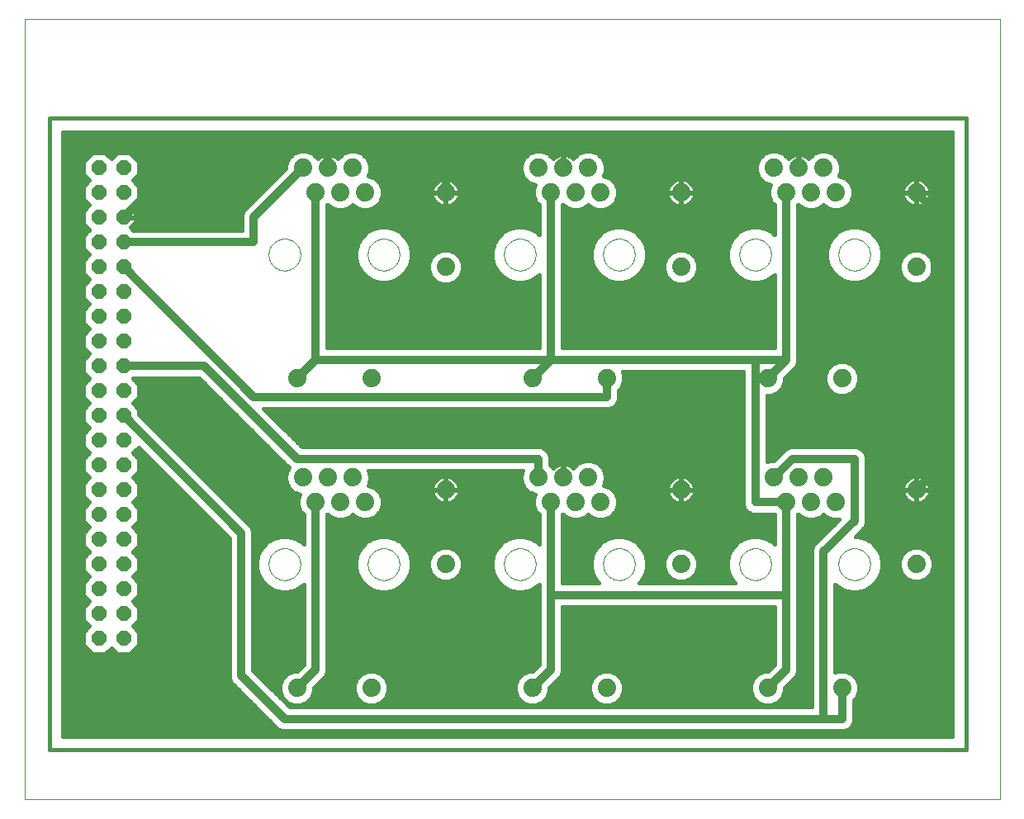
<source format=gtl>
G75*
%MOIN*%
%OFA0B0*%
%FSLAX24Y24*%
%IPPOS*%
%LPD*%
%AMOC8*
5,1,8,0,0,1.08239X$1,22.5*
%
%ADD10C,0.0000*%
%ADD11C,0.0160*%
%ADD12C,0.0740*%
%ADD13OC8,0.0600*%
%ADD14C,0.0320*%
D10*
X000100Y000100D02*
X000100Y031596D01*
X039470Y031596D01*
X039470Y000100D01*
X000100Y000100D01*
X009960Y009600D02*
X009962Y009650D01*
X009968Y009700D01*
X009978Y009749D01*
X009991Y009798D01*
X010009Y009845D01*
X010030Y009891D01*
X010054Y009934D01*
X010082Y009976D01*
X010113Y010016D01*
X010147Y010053D01*
X010184Y010087D01*
X010224Y010118D01*
X010266Y010146D01*
X010309Y010170D01*
X010355Y010191D01*
X010402Y010209D01*
X010451Y010222D01*
X010500Y010232D01*
X010550Y010238D01*
X010600Y010240D01*
X010650Y010238D01*
X010700Y010232D01*
X010749Y010222D01*
X010798Y010209D01*
X010845Y010191D01*
X010891Y010170D01*
X010934Y010146D01*
X010976Y010118D01*
X011016Y010087D01*
X011053Y010053D01*
X011087Y010016D01*
X011118Y009976D01*
X011146Y009934D01*
X011170Y009891D01*
X011191Y009845D01*
X011209Y009798D01*
X011222Y009749D01*
X011232Y009700D01*
X011238Y009650D01*
X011240Y009600D01*
X011238Y009550D01*
X011232Y009500D01*
X011222Y009451D01*
X011209Y009402D01*
X011191Y009355D01*
X011170Y009309D01*
X011146Y009266D01*
X011118Y009224D01*
X011087Y009184D01*
X011053Y009147D01*
X011016Y009113D01*
X010976Y009082D01*
X010934Y009054D01*
X010891Y009030D01*
X010845Y009009D01*
X010798Y008991D01*
X010749Y008978D01*
X010700Y008968D01*
X010650Y008962D01*
X010600Y008960D01*
X010550Y008962D01*
X010500Y008968D01*
X010451Y008978D01*
X010402Y008991D01*
X010355Y009009D01*
X010309Y009030D01*
X010266Y009054D01*
X010224Y009082D01*
X010184Y009113D01*
X010147Y009147D01*
X010113Y009184D01*
X010082Y009224D01*
X010054Y009266D01*
X010030Y009309D01*
X010009Y009355D01*
X009991Y009402D01*
X009978Y009451D01*
X009968Y009500D01*
X009962Y009550D01*
X009960Y009600D01*
X013960Y009600D02*
X013962Y009650D01*
X013968Y009700D01*
X013978Y009749D01*
X013991Y009798D01*
X014009Y009845D01*
X014030Y009891D01*
X014054Y009934D01*
X014082Y009976D01*
X014113Y010016D01*
X014147Y010053D01*
X014184Y010087D01*
X014224Y010118D01*
X014266Y010146D01*
X014309Y010170D01*
X014355Y010191D01*
X014402Y010209D01*
X014451Y010222D01*
X014500Y010232D01*
X014550Y010238D01*
X014600Y010240D01*
X014650Y010238D01*
X014700Y010232D01*
X014749Y010222D01*
X014798Y010209D01*
X014845Y010191D01*
X014891Y010170D01*
X014934Y010146D01*
X014976Y010118D01*
X015016Y010087D01*
X015053Y010053D01*
X015087Y010016D01*
X015118Y009976D01*
X015146Y009934D01*
X015170Y009891D01*
X015191Y009845D01*
X015209Y009798D01*
X015222Y009749D01*
X015232Y009700D01*
X015238Y009650D01*
X015240Y009600D01*
X015238Y009550D01*
X015232Y009500D01*
X015222Y009451D01*
X015209Y009402D01*
X015191Y009355D01*
X015170Y009309D01*
X015146Y009266D01*
X015118Y009224D01*
X015087Y009184D01*
X015053Y009147D01*
X015016Y009113D01*
X014976Y009082D01*
X014934Y009054D01*
X014891Y009030D01*
X014845Y009009D01*
X014798Y008991D01*
X014749Y008978D01*
X014700Y008968D01*
X014650Y008962D01*
X014600Y008960D01*
X014550Y008962D01*
X014500Y008968D01*
X014451Y008978D01*
X014402Y008991D01*
X014355Y009009D01*
X014309Y009030D01*
X014266Y009054D01*
X014224Y009082D01*
X014184Y009113D01*
X014147Y009147D01*
X014113Y009184D01*
X014082Y009224D01*
X014054Y009266D01*
X014030Y009309D01*
X014009Y009355D01*
X013991Y009402D01*
X013978Y009451D01*
X013968Y009500D01*
X013962Y009550D01*
X013960Y009600D01*
X019460Y009600D02*
X019462Y009650D01*
X019468Y009700D01*
X019478Y009749D01*
X019491Y009798D01*
X019509Y009845D01*
X019530Y009891D01*
X019554Y009934D01*
X019582Y009976D01*
X019613Y010016D01*
X019647Y010053D01*
X019684Y010087D01*
X019724Y010118D01*
X019766Y010146D01*
X019809Y010170D01*
X019855Y010191D01*
X019902Y010209D01*
X019951Y010222D01*
X020000Y010232D01*
X020050Y010238D01*
X020100Y010240D01*
X020150Y010238D01*
X020200Y010232D01*
X020249Y010222D01*
X020298Y010209D01*
X020345Y010191D01*
X020391Y010170D01*
X020434Y010146D01*
X020476Y010118D01*
X020516Y010087D01*
X020553Y010053D01*
X020587Y010016D01*
X020618Y009976D01*
X020646Y009934D01*
X020670Y009891D01*
X020691Y009845D01*
X020709Y009798D01*
X020722Y009749D01*
X020732Y009700D01*
X020738Y009650D01*
X020740Y009600D01*
X020738Y009550D01*
X020732Y009500D01*
X020722Y009451D01*
X020709Y009402D01*
X020691Y009355D01*
X020670Y009309D01*
X020646Y009266D01*
X020618Y009224D01*
X020587Y009184D01*
X020553Y009147D01*
X020516Y009113D01*
X020476Y009082D01*
X020434Y009054D01*
X020391Y009030D01*
X020345Y009009D01*
X020298Y008991D01*
X020249Y008978D01*
X020200Y008968D01*
X020150Y008962D01*
X020100Y008960D01*
X020050Y008962D01*
X020000Y008968D01*
X019951Y008978D01*
X019902Y008991D01*
X019855Y009009D01*
X019809Y009030D01*
X019766Y009054D01*
X019724Y009082D01*
X019684Y009113D01*
X019647Y009147D01*
X019613Y009184D01*
X019582Y009224D01*
X019554Y009266D01*
X019530Y009309D01*
X019509Y009355D01*
X019491Y009402D01*
X019478Y009451D01*
X019468Y009500D01*
X019462Y009550D01*
X019460Y009600D01*
X023460Y009600D02*
X023462Y009650D01*
X023468Y009700D01*
X023478Y009749D01*
X023491Y009798D01*
X023509Y009845D01*
X023530Y009891D01*
X023554Y009934D01*
X023582Y009976D01*
X023613Y010016D01*
X023647Y010053D01*
X023684Y010087D01*
X023724Y010118D01*
X023766Y010146D01*
X023809Y010170D01*
X023855Y010191D01*
X023902Y010209D01*
X023951Y010222D01*
X024000Y010232D01*
X024050Y010238D01*
X024100Y010240D01*
X024150Y010238D01*
X024200Y010232D01*
X024249Y010222D01*
X024298Y010209D01*
X024345Y010191D01*
X024391Y010170D01*
X024434Y010146D01*
X024476Y010118D01*
X024516Y010087D01*
X024553Y010053D01*
X024587Y010016D01*
X024618Y009976D01*
X024646Y009934D01*
X024670Y009891D01*
X024691Y009845D01*
X024709Y009798D01*
X024722Y009749D01*
X024732Y009700D01*
X024738Y009650D01*
X024740Y009600D01*
X024738Y009550D01*
X024732Y009500D01*
X024722Y009451D01*
X024709Y009402D01*
X024691Y009355D01*
X024670Y009309D01*
X024646Y009266D01*
X024618Y009224D01*
X024587Y009184D01*
X024553Y009147D01*
X024516Y009113D01*
X024476Y009082D01*
X024434Y009054D01*
X024391Y009030D01*
X024345Y009009D01*
X024298Y008991D01*
X024249Y008978D01*
X024200Y008968D01*
X024150Y008962D01*
X024100Y008960D01*
X024050Y008962D01*
X024000Y008968D01*
X023951Y008978D01*
X023902Y008991D01*
X023855Y009009D01*
X023809Y009030D01*
X023766Y009054D01*
X023724Y009082D01*
X023684Y009113D01*
X023647Y009147D01*
X023613Y009184D01*
X023582Y009224D01*
X023554Y009266D01*
X023530Y009309D01*
X023509Y009355D01*
X023491Y009402D01*
X023478Y009451D01*
X023468Y009500D01*
X023462Y009550D01*
X023460Y009600D01*
X028960Y009600D02*
X028962Y009650D01*
X028968Y009700D01*
X028978Y009749D01*
X028991Y009798D01*
X029009Y009845D01*
X029030Y009891D01*
X029054Y009934D01*
X029082Y009976D01*
X029113Y010016D01*
X029147Y010053D01*
X029184Y010087D01*
X029224Y010118D01*
X029266Y010146D01*
X029309Y010170D01*
X029355Y010191D01*
X029402Y010209D01*
X029451Y010222D01*
X029500Y010232D01*
X029550Y010238D01*
X029600Y010240D01*
X029650Y010238D01*
X029700Y010232D01*
X029749Y010222D01*
X029798Y010209D01*
X029845Y010191D01*
X029891Y010170D01*
X029934Y010146D01*
X029976Y010118D01*
X030016Y010087D01*
X030053Y010053D01*
X030087Y010016D01*
X030118Y009976D01*
X030146Y009934D01*
X030170Y009891D01*
X030191Y009845D01*
X030209Y009798D01*
X030222Y009749D01*
X030232Y009700D01*
X030238Y009650D01*
X030240Y009600D01*
X030238Y009550D01*
X030232Y009500D01*
X030222Y009451D01*
X030209Y009402D01*
X030191Y009355D01*
X030170Y009309D01*
X030146Y009266D01*
X030118Y009224D01*
X030087Y009184D01*
X030053Y009147D01*
X030016Y009113D01*
X029976Y009082D01*
X029934Y009054D01*
X029891Y009030D01*
X029845Y009009D01*
X029798Y008991D01*
X029749Y008978D01*
X029700Y008968D01*
X029650Y008962D01*
X029600Y008960D01*
X029550Y008962D01*
X029500Y008968D01*
X029451Y008978D01*
X029402Y008991D01*
X029355Y009009D01*
X029309Y009030D01*
X029266Y009054D01*
X029224Y009082D01*
X029184Y009113D01*
X029147Y009147D01*
X029113Y009184D01*
X029082Y009224D01*
X029054Y009266D01*
X029030Y009309D01*
X029009Y009355D01*
X028991Y009402D01*
X028978Y009451D01*
X028968Y009500D01*
X028962Y009550D01*
X028960Y009600D01*
X032960Y009600D02*
X032962Y009650D01*
X032968Y009700D01*
X032978Y009749D01*
X032991Y009798D01*
X033009Y009845D01*
X033030Y009891D01*
X033054Y009934D01*
X033082Y009976D01*
X033113Y010016D01*
X033147Y010053D01*
X033184Y010087D01*
X033224Y010118D01*
X033266Y010146D01*
X033309Y010170D01*
X033355Y010191D01*
X033402Y010209D01*
X033451Y010222D01*
X033500Y010232D01*
X033550Y010238D01*
X033600Y010240D01*
X033650Y010238D01*
X033700Y010232D01*
X033749Y010222D01*
X033798Y010209D01*
X033845Y010191D01*
X033891Y010170D01*
X033934Y010146D01*
X033976Y010118D01*
X034016Y010087D01*
X034053Y010053D01*
X034087Y010016D01*
X034118Y009976D01*
X034146Y009934D01*
X034170Y009891D01*
X034191Y009845D01*
X034209Y009798D01*
X034222Y009749D01*
X034232Y009700D01*
X034238Y009650D01*
X034240Y009600D01*
X034238Y009550D01*
X034232Y009500D01*
X034222Y009451D01*
X034209Y009402D01*
X034191Y009355D01*
X034170Y009309D01*
X034146Y009266D01*
X034118Y009224D01*
X034087Y009184D01*
X034053Y009147D01*
X034016Y009113D01*
X033976Y009082D01*
X033934Y009054D01*
X033891Y009030D01*
X033845Y009009D01*
X033798Y008991D01*
X033749Y008978D01*
X033700Y008968D01*
X033650Y008962D01*
X033600Y008960D01*
X033550Y008962D01*
X033500Y008968D01*
X033451Y008978D01*
X033402Y008991D01*
X033355Y009009D01*
X033309Y009030D01*
X033266Y009054D01*
X033224Y009082D01*
X033184Y009113D01*
X033147Y009147D01*
X033113Y009184D01*
X033082Y009224D01*
X033054Y009266D01*
X033030Y009309D01*
X033009Y009355D01*
X032991Y009402D01*
X032978Y009451D01*
X032968Y009500D01*
X032962Y009550D01*
X032960Y009600D01*
X032960Y022100D02*
X032962Y022150D01*
X032968Y022200D01*
X032978Y022249D01*
X032991Y022298D01*
X033009Y022345D01*
X033030Y022391D01*
X033054Y022434D01*
X033082Y022476D01*
X033113Y022516D01*
X033147Y022553D01*
X033184Y022587D01*
X033224Y022618D01*
X033266Y022646D01*
X033309Y022670D01*
X033355Y022691D01*
X033402Y022709D01*
X033451Y022722D01*
X033500Y022732D01*
X033550Y022738D01*
X033600Y022740D01*
X033650Y022738D01*
X033700Y022732D01*
X033749Y022722D01*
X033798Y022709D01*
X033845Y022691D01*
X033891Y022670D01*
X033934Y022646D01*
X033976Y022618D01*
X034016Y022587D01*
X034053Y022553D01*
X034087Y022516D01*
X034118Y022476D01*
X034146Y022434D01*
X034170Y022391D01*
X034191Y022345D01*
X034209Y022298D01*
X034222Y022249D01*
X034232Y022200D01*
X034238Y022150D01*
X034240Y022100D01*
X034238Y022050D01*
X034232Y022000D01*
X034222Y021951D01*
X034209Y021902D01*
X034191Y021855D01*
X034170Y021809D01*
X034146Y021766D01*
X034118Y021724D01*
X034087Y021684D01*
X034053Y021647D01*
X034016Y021613D01*
X033976Y021582D01*
X033934Y021554D01*
X033891Y021530D01*
X033845Y021509D01*
X033798Y021491D01*
X033749Y021478D01*
X033700Y021468D01*
X033650Y021462D01*
X033600Y021460D01*
X033550Y021462D01*
X033500Y021468D01*
X033451Y021478D01*
X033402Y021491D01*
X033355Y021509D01*
X033309Y021530D01*
X033266Y021554D01*
X033224Y021582D01*
X033184Y021613D01*
X033147Y021647D01*
X033113Y021684D01*
X033082Y021724D01*
X033054Y021766D01*
X033030Y021809D01*
X033009Y021855D01*
X032991Y021902D01*
X032978Y021951D01*
X032968Y022000D01*
X032962Y022050D01*
X032960Y022100D01*
X028960Y022100D02*
X028962Y022150D01*
X028968Y022200D01*
X028978Y022249D01*
X028991Y022298D01*
X029009Y022345D01*
X029030Y022391D01*
X029054Y022434D01*
X029082Y022476D01*
X029113Y022516D01*
X029147Y022553D01*
X029184Y022587D01*
X029224Y022618D01*
X029266Y022646D01*
X029309Y022670D01*
X029355Y022691D01*
X029402Y022709D01*
X029451Y022722D01*
X029500Y022732D01*
X029550Y022738D01*
X029600Y022740D01*
X029650Y022738D01*
X029700Y022732D01*
X029749Y022722D01*
X029798Y022709D01*
X029845Y022691D01*
X029891Y022670D01*
X029934Y022646D01*
X029976Y022618D01*
X030016Y022587D01*
X030053Y022553D01*
X030087Y022516D01*
X030118Y022476D01*
X030146Y022434D01*
X030170Y022391D01*
X030191Y022345D01*
X030209Y022298D01*
X030222Y022249D01*
X030232Y022200D01*
X030238Y022150D01*
X030240Y022100D01*
X030238Y022050D01*
X030232Y022000D01*
X030222Y021951D01*
X030209Y021902D01*
X030191Y021855D01*
X030170Y021809D01*
X030146Y021766D01*
X030118Y021724D01*
X030087Y021684D01*
X030053Y021647D01*
X030016Y021613D01*
X029976Y021582D01*
X029934Y021554D01*
X029891Y021530D01*
X029845Y021509D01*
X029798Y021491D01*
X029749Y021478D01*
X029700Y021468D01*
X029650Y021462D01*
X029600Y021460D01*
X029550Y021462D01*
X029500Y021468D01*
X029451Y021478D01*
X029402Y021491D01*
X029355Y021509D01*
X029309Y021530D01*
X029266Y021554D01*
X029224Y021582D01*
X029184Y021613D01*
X029147Y021647D01*
X029113Y021684D01*
X029082Y021724D01*
X029054Y021766D01*
X029030Y021809D01*
X029009Y021855D01*
X028991Y021902D01*
X028978Y021951D01*
X028968Y022000D01*
X028962Y022050D01*
X028960Y022100D01*
X023460Y022100D02*
X023462Y022150D01*
X023468Y022200D01*
X023478Y022249D01*
X023491Y022298D01*
X023509Y022345D01*
X023530Y022391D01*
X023554Y022434D01*
X023582Y022476D01*
X023613Y022516D01*
X023647Y022553D01*
X023684Y022587D01*
X023724Y022618D01*
X023766Y022646D01*
X023809Y022670D01*
X023855Y022691D01*
X023902Y022709D01*
X023951Y022722D01*
X024000Y022732D01*
X024050Y022738D01*
X024100Y022740D01*
X024150Y022738D01*
X024200Y022732D01*
X024249Y022722D01*
X024298Y022709D01*
X024345Y022691D01*
X024391Y022670D01*
X024434Y022646D01*
X024476Y022618D01*
X024516Y022587D01*
X024553Y022553D01*
X024587Y022516D01*
X024618Y022476D01*
X024646Y022434D01*
X024670Y022391D01*
X024691Y022345D01*
X024709Y022298D01*
X024722Y022249D01*
X024732Y022200D01*
X024738Y022150D01*
X024740Y022100D01*
X024738Y022050D01*
X024732Y022000D01*
X024722Y021951D01*
X024709Y021902D01*
X024691Y021855D01*
X024670Y021809D01*
X024646Y021766D01*
X024618Y021724D01*
X024587Y021684D01*
X024553Y021647D01*
X024516Y021613D01*
X024476Y021582D01*
X024434Y021554D01*
X024391Y021530D01*
X024345Y021509D01*
X024298Y021491D01*
X024249Y021478D01*
X024200Y021468D01*
X024150Y021462D01*
X024100Y021460D01*
X024050Y021462D01*
X024000Y021468D01*
X023951Y021478D01*
X023902Y021491D01*
X023855Y021509D01*
X023809Y021530D01*
X023766Y021554D01*
X023724Y021582D01*
X023684Y021613D01*
X023647Y021647D01*
X023613Y021684D01*
X023582Y021724D01*
X023554Y021766D01*
X023530Y021809D01*
X023509Y021855D01*
X023491Y021902D01*
X023478Y021951D01*
X023468Y022000D01*
X023462Y022050D01*
X023460Y022100D01*
X019460Y022100D02*
X019462Y022150D01*
X019468Y022200D01*
X019478Y022249D01*
X019491Y022298D01*
X019509Y022345D01*
X019530Y022391D01*
X019554Y022434D01*
X019582Y022476D01*
X019613Y022516D01*
X019647Y022553D01*
X019684Y022587D01*
X019724Y022618D01*
X019766Y022646D01*
X019809Y022670D01*
X019855Y022691D01*
X019902Y022709D01*
X019951Y022722D01*
X020000Y022732D01*
X020050Y022738D01*
X020100Y022740D01*
X020150Y022738D01*
X020200Y022732D01*
X020249Y022722D01*
X020298Y022709D01*
X020345Y022691D01*
X020391Y022670D01*
X020434Y022646D01*
X020476Y022618D01*
X020516Y022587D01*
X020553Y022553D01*
X020587Y022516D01*
X020618Y022476D01*
X020646Y022434D01*
X020670Y022391D01*
X020691Y022345D01*
X020709Y022298D01*
X020722Y022249D01*
X020732Y022200D01*
X020738Y022150D01*
X020740Y022100D01*
X020738Y022050D01*
X020732Y022000D01*
X020722Y021951D01*
X020709Y021902D01*
X020691Y021855D01*
X020670Y021809D01*
X020646Y021766D01*
X020618Y021724D01*
X020587Y021684D01*
X020553Y021647D01*
X020516Y021613D01*
X020476Y021582D01*
X020434Y021554D01*
X020391Y021530D01*
X020345Y021509D01*
X020298Y021491D01*
X020249Y021478D01*
X020200Y021468D01*
X020150Y021462D01*
X020100Y021460D01*
X020050Y021462D01*
X020000Y021468D01*
X019951Y021478D01*
X019902Y021491D01*
X019855Y021509D01*
X019809Y021530D01*
X019766Y021554D01*
X019724Y021582D01*
X019684Y021613D01*
X019647Y021647D01*
X019613Y021684D01*
X019582Y021724D01*
X019554Y021766D01*
X019530Y021809D01*
X019509Y021855D01*
X019491Y021902D01*
X019478Y021951D01*
X019468Y022000D01*
X019462Y022050D01*
X019460Y022100D01*
X013960Y022100D02*
X013962Y022150D01*
X013968Y022200D01*
X013978Y022249D01*
X013991Y022298D01*
X014009Y022345D01*
X014030Y022391D01*
X014054Y022434D01*
X014082Y022476D01*
X014113Y022516D01*
X014147Y022553D01*
X014184Y022587D01*
X014224Y022618D01*
X014266Y022646D01*
X014309Y022670D01*
X014355Y022691D01*
X014402Y022709D01*
X014451Y022722D01*
X014500Y022732D01*
X014550Y022738D01*
X014600Y022740D01*
X014650Y022738D01*
X014700Y022732D01*
X014749Y022722D01*
X014798Y022709D01*
X014845Y022691D01*
X014891Y022670D01*
X014934Y022646D01*
X014976Y022618D01*
X015016Y022587D01*
X015053Y022553D01*
X015087Y022516D01*
X015118Y022476D01*
X015146Y022434D01*
X015170Y022391D01*
X015191Y022345D01*
X015209Y022298D01*
X015222Y022249D01*
X015232Y022200D01*
X015238Y022150D01*
X015240Y022100D01*
X015238Y022050D01*
X015232Y022000D01*
X015222Y021951D01*
X015209Y021902D01*
X015191Y021855D01*
X015170Y021809D01*
X015146Y021766D01*
X015118Y021724D01*
X015087Y021684D01*
X015053Y021647D01*
X015016Y021613D01*
X014976Y021582D01*
X014934Y021554D01*
X014891Y021530D01*
X014845Y021509D01*
X014798Y021491D01*
X014749Y021478D01*
X014700Y021468D01*
X014650Y021462D01*
X014600Y021460D01*
X014550Y021462D01*
X014500Y021468D01*
X014451Y021478D01*
X014402Y021491D01*
X014355Y021509D01*
X014309Y021530D01*
X014266Y021554D01*
X014224Y021582D01*
X014184Y021613D01*
X014147Y021647D01*
X014113Y021684D01*
X014082Y021724D01*
X014054Y021766D01*
X014030Y021809D01*
X014009Y021855D01*
X013991Y021902D01*
X013978Y021951D01*
X013968Y022000D01*
X013962Y022050D01*
X013960Y022100D01*
X009960Y022100D02*
X009962Y022150D01*
X009968Y022200D01*
X009978Y022249D01*
X009991Y022298D01*
X010009Y022345D01*
X010030Y022391D01*
X010054Y022434D01*
X010082Y022476D01*
X010113Y022516D01*
X010147Y022553D01*
X010184Y022587D01*
X010224Y022618D01*
X010266Y022646D01*
X010309Y022670D01*
X010355Y022691D01*
X010402Y022709D01*
X010451Y022722D01*
X010500Y022732D01*
X010550Y022738D01*
X010600Y022740D01*
X010650Y022738D01*
X010700Y022732D01*
X010749Y022722D01*
X010798Y022709D01*
X010845Y022691D01*
X010891Y022670D01*
X010934Y022646D01*
X010976Y022618D01*
X011016Y022587D01*
X011053Y022553D01*
X011087Y022516D01*
X011118Y022476D01*
X011146Y022434D01*
X011170Y022391D01*
X011191Y022345D01*
X011209Y022298D01*
X011222Y022249D01*
X011232Y022200D01*
X011238Y022150D01*
X011240Y022100D01*
X011238Y022050D01*
X011232Y022000D01*
X011222Y021951D01*
X011209Y021902D01*
X011191Y021855D01*
X011170Y021809D01*
X011146Y021766D01*
X011118Y021724D01*
X011087Y021684D01*
X011053Y021647D01*
X011016Y021613D01*
X010976Y021582D01*
X010934Y021554D01*
X010891Y021530D01*
X010845Y021509D01*
X010798Y021491D01*
X010749Y021478D01*
X010700Y021468D01*
X010650Y021462D01*
X010600Y021460D01*
X010550Y021462D01*
X010500Y021468D01*
X010451Y021478D01*
X010402Y021491D01*
X010355Y021509D01*
X010309Y021530D01*
X010266Y021554D01*
X010224Y021582D01*
X010184Y021613D01*
X010147Y021647D01*
X010113Y021684D01*
X010082Y021724D01*
X010054Y021766D01*
X010030Y021809D01*
X010009Y021855D01*
X009991Y021902D01*
X009978Y021951D01*
X009968Y022000D01*
X009962Y022050D01*
X009960Y022100D01*
D11*
X008870Y023080D02*
X004497Y023080D01*
X004378Y023199D01*
X004580Y023401D01*
X004580Y023580D01*
X004120Y023580D01*
X004120Y023620D01*
X004580Y023620D01*
X004580Y023799D01*
X004378Y024001D01*
X004720Y024343D01*
X004720Y024857D01*
X004477Y025100D01*
X004720Y025343D01*
X004720Y025857D01*
X004357Y026220D01*
X003843Y026220D01*
X003600Y025977D01*
X003357Y026220D01*
X002843Y026220D01*
X002480Y025857D01*
X002480Y025343D01*
X002723Y025100D01*
X002480Y024857D01*
X002480Y024343D01*
X002723Y024100D01*
X002480Y023857D01*
X002480Y023343D01*
X002723Y023100D01*
X002480Y022857D01*
X002480Y022343D01*
X002723Y022100D01*
X002480Y021857D01*
X002480Y021343D01*
X002723Y021100D01*
X002480Y020857D01*
X002480Y020343D01*
X002723Y020100D01*
X002480Y019857D01*
X002480Y019343D01*
X002723Y019100D01*
X002480Y018857D01*
X002480Y018343D01*
X002723Y018100D01*
X002480Y017857D01*
X002480Y017343D01*
X002723Y017100D01*
X002480Y016857D01*
X002480Y016343D01*
X002723Y016100D01*
X002480Y015857D01*
X002480Y015343D01*
X002723Y015100D01*
X002480Y014857D01*
X002480Y014343D01*
X002723Y014100D01*
X002480Y013857D01*
X002480Y013343D01*
X002723Y013100D01*
X002480Y012857D01*
X002480Y012343D01*
X002723Y012100D01*
X002480Y011857D01*
X002480Y011343D01*
X002723Y011100D01*
X002480Y010857D01*
X002480Y010343D01*
X002723Y010100D01*
X002480Y009857D01*
X002480Y009343D01*
X002723Y009100D01*
X002480Y008857D01*
X002480Y008343D01*
X002723Y008100D01*
X002480Y007857D01*
X002480Y007343D01*
X002723Y007100D01*
X002480Y006857D01*
X002480Y006343D01*
X002843Y005980D01*
X003357Y005980D01*
X003600Y006223D01*
X003843Y005980D01*
X004357Y005980D01*
X004720Y006343D01*
X004720Y006857D01*
X004477Y007100D01*
X004720Y007343D01*
X004720Y007857D01*
X004477Y008100D01*
X004720Y008343D01*
X004720Y008857D01*
X004477Y009100D01*
X004720Y009343D01*
X004720Y009857D01*
X004477Y010100D01*
X004720Y010343D01*
X004720Y010857D01*
X004477Y011100D01*
X004720Y011343D01*
X004720Y011857D01*
X004477Y012100D01*
X004720Y012343D01*
X004720Y012857D01*
X004477Y013100D01*
X004720Y013343D01*
X004720Y013857D01*
X004477Y014100D01*
X004699Y014322D01*
X008370Y010651D01*
X008370Y005005D01*
X008443Y004828D01*
X008578Y004693D01*
X008578Y004693D01*
X010193Y003078D01*
X010328Y002943D01*
X010505Y002870D01*
X033195Y002870D01*
X033372Y002943D01*
X033507Y003078D01*
X033580Y003255D01*
X033580Y004104D01*
X033685Y004209D01*
X033790Y004463D01*
X033790Y004737D01*
X033685Y004991D01*
X033491Y005185D01*
X033237Y005290D01*
X032963Y005290D01*
X032830Y005235D01*
X032830Y008786D01*
X032912Y008704D01*
X033168Y008556D01*
X033453Y008480D01*
X033747Y008480D01*
X034032Y008556D01*
X034288Y008704D01*
X034496Y008912D01*
X034644Y009168D01*
X034720Y009453D01*
X034720Y009747D01*
X034644Y010032D01*
X034496Y010288D01*
X034288Y010496D01*
X034032Y010644D01*
X033747Y010720D01*
X033649Y010720D01*
X034007Y011078D01*
X034080Y011255D01*
X034080Y013945D01*
X034007Y014122D01*
X033872Y014257D01*
X033695Y014330D01*
X031005Y014330D01*
X030828Y014257D01*
X030693Y014122D01*
X030361Y013790D01*
X030213Y013790D01*
X030080Y013735D01*
X030080Y016410D01*
X030237Y016410D01*
X030491Y016515D01*
X030685Y016709D01*
X030790Y016963D01*
X030790Y017111D01*
X031122Y017443D01*
X031257Y017578D01*
X031330Y017755D01*
X031330Y024104D01*
X031350Y024124D01*
X031459Y024015D01*
X031713Y023910D01*
X031987Y023910D01*
X032241Y024015D01*
X032350Y024124D01*
X032459Y024015D01*
X032713Y023910D01*
X032987Y023910D01*
X033241Y024015D01*
X033435Y024209D01*
X033540Y024463D01*
X033540Y024737D01*
X033435Y024991D01*
X033241Y025185D01*
X032987Y025290D01*
X032968Y025290D01*
X033040Y025463D01*
X033040Y025737D01*
X032935Y025991D01*
X032741Y026185D01*
X032487Y026290D01*
X032213Y026290D01*
X031959Y026185D01*
X031765Y025991D01*
X031757Y025971D01*
X031708Y026020D01*
X031638Y026070D01*
X031561Y026110D01*
X031479Y026136D01*
X031393Y026150D01*
X031370Y026150D01*
X031370Y025620D01*
X031330Y025620D01*
X031330Y026150D01*
X031307Y026150D01*
X031221Y026136D01*
X031139Y026110D01*
X031062Y026070D01*
X030992Y026020D01*
X030943Y025971D01*
X030935Y025991D01*
X030741Y026185D01*
X030487Y026290D01*
X030213Y026290D01*
X029959Y026185D01*
X029765Y025991D01*
X029660Y025737D01*
X029660Y025463D01*
X029765Y025209D01*
X029959Y025015D01*
X030213Y024910D01*
X030232Y024910D01*
X030160Y024737D01*
X030160Y024463D01*
X030265Y024209D01*
X030370Y024104D01*
X030370Y022914D01*
X030288Y022996D01*
X030032Y023144D01*
X029747Y023220D01*
X029453Y023220D01*
X029168Y023144D01*
X028912Y022996D01*
X028704Y022788D01*
X028556Y022532D01*
X028480Y022247D01*
X028480Y021953D01*
X028556Y021668D01*
X028704Y021412D01*
X028912Y021204D01*
X029168Y021056D01*
X029453Y020980D01*
X029747Y020980D01*
X030032Y021056D01*
X030288Y021204D01*
X030370Y021286D01*
X030370Y018330D01*
X021830Y018330D01*
X021830Y024104D01*
X021850Y024124D01*
X021959Y024015D01*
X022213Y023910D01*
X022487Y023910D01*
X022741Y024015D01*
X022850Y024124D01*
X022959Y024015D01*
X023213Y023910D01*
X023487Y023910D01*
X023741Y024015D01*
X023935Y024209D01*
X024040Y024463D01*
X024040Y024737D01*
X023935Y024991D01*
X023741Y025185D01*
X023487Y025290D01*
X023468Y025290D01*
X023540Y025463D01*
X023540Y025737D01*
X023435Y025991D01*
X023241Y026185D01*
X022987Y026290D01*
X022713Y026290D01*
X022459Y026185D01*
X022265Y025991D01*
X022257Y025971D01*
X022208Y026020D01*
X022138Y026070D01*
X022061Y026110D01*
X021979Y026136D01*
X021893Y026150D01*
X021870Y026150D01*
X021870Y025620D01*
X021830Y025620D01*
X021830Y026150D01*
X021807Y026150D01*
X021721Y026136D01*
X021639Y026110D01*
X021562Y026070D01*
X021492Y026020D01*
X021443Y025971D01*
X021435Y025991D01*
X021241Y026185D01*
X020987Y026290D01*
X020713Y026290D01*
X020459Y026185D01*
X020265Y025991D01*
X020160Y025737D01*
X020160Y025463D01*
X020265Y025209D01*
X020459Y025015D01*
X020713Y024910D01*
X020732Y024910D01*
X020660Y024737D01*
X020660Y024463D01*
X020765Y024209D01*
X020870Y024104D01*
X020870Y022914D01*
X020788Y022996D01*
X020532Y023144D01*
X020247Y023220D01*
X019953Y023220D01*
X019668Y023144D01*
X019412Y022996D01*
X019204Y022788D01*
X019056Y022532D01*
X018980Y022247D01*
X018980Y021953D01*
X019056Y021668D01*
X019204Y021412D01*
X019412Y021204D01*
X019668Y021056D01*
X019953Y020980D01*
X020247Y020980D01*
X020532Y021056D01*
X020788Y021204D01*
X020870Y021286D01*
X020870Y018330D01*
X012330Y018330D01*
X012330Y024104D01*
X012350Y024124D01*
X012459Y024015D01*
X012713Y023910D01*
X012987Y023910D01*
X013241Y024015D01*
X013350Y024124D01*
X013459Y024015D01*
X013713Y023910D01*
X013987Y023910D01*
X014241Y024015D01*
X014435Y024209D01*
X014540Y024463D01*
X014540Y024737D01*
X014435Y024991D01*
X014241Y025185D01*
X013987Y025290D01*
X013968Y025290D01*
X014040Y025463D01*
X014040Y025737D01*
X013935Y025991D01*
X013741Y026185D01*
X013487Y026290D01*
X013213Y026290D01*
X012959Y026185D01*
X012765Y025991D01*
X012757Y025971D01*
X012708Y026020D01*
X012638Y026070D01*
X012561Y026110D01*
X012479Y026136D01*
X012393Y026150D01*
X012370Y026150D01*
X012370Y025620D01*
X012330Y025620D01*
X012330Y026150D01*
X012307Y026150D01*
X012221Y026136D01*
X012139Y026110D01*
X012062Y026070D01*
X011992Y026020D01*
X011943Y025971D01*
X011935Y025991D01*
X011741Y026185D01*
X011487Y026290D01*
X011213Y026290D01*
X010959Y026185D01*
X010765Y025991D01*
X010660Y025737D01*
X010660Y025589D01*
X008943Y023872D01*
X008870Y023695D01*
X008870Y023080D01*
X008870Y023083D02*
X004494Y023083D01*
X004420Y023241D02*
X008870Y023241D01*
X008870Y023400D02*
X004578Y023400D01*
X004580Y023558D02*
X008870Y023558D01*
X008879Y023717D02*
X004580Y023717D01*
X004504Y023875D02*
X008946Y023875D01*
X009105Y024034D02*
X004410Y024034D01*
X004569Y024192D02*
X009263Y024192D01*
X009422Y024351D02*
X004720Y024351D01*
X004720Y024509D02*
X009580Y024509D01*
X009739Y024668D02*
X004720Y024668D01*
X004720Y024826D02*
X009897Y024826D01*
X010056Y024985D02*
X004592Y024985D01*
X004520Y025143D02*
X010214Y025143D01*
X010373Y025302D02*
X004678Y025302D01*
X004720Y025460D02*
X010531Y025460D01*
X010660Y025619D02*
X004720Y025619D01*
X004720Y025777D02*
X010676Y025777D01*
X010742Y025936D02*
X004641Y025936D01*
X004483Y026094D02*
X010868Y026094D01*
X011122Y026253D02*
X001660Y026253D01*
X001660Y026411D02*
X037540Y026411D01*
X037540Y026253D02*
X032578Y026253D01*
X032832Y026094D02*
X037540Y026094D01*
X037540Y025936D02*
X032958Y025936D01*
X033024Y025777D02*
X037540Y025777D01*
X037540Y025619D02*
X033040Y025619D01*
X033039Y025460D02*
X037540Y025460D01*
X037540Y025302D02*
X032973Y025302D01*
X033283Y025143D02*
X036013Y025143D01*
X035971Y025136D02*
X036057Y025150D01*
X036091Y025150D01*
X036091Y024609D01*
X036109Y024609D01*
X036109Y025150D01*
X036143Y025150D01*
X036229Y025136D01*
X036311Y025110D01*
X036388Y025070D01*
X036458Y025020D01*
X036520Y024958D01*
X036570Y024888D01*
X036610Y024811D01*
X036636Y024729D01*
X036650Y024643D01*
X036650Y024609D01*
X036109Y024609D01*
X036109Y024591D01*
X036650Y024591D01*
X036650Y024557D01*
X036636Y024471D01*
X036610Y024389D01*
X036570Y024312D01*
X036520Y024242D01*
X036458Y024180D01*
X036388Y024130D01*
X036311Y024090D01*
X036229Y024064D01*
X036143Y024050D01*
X036109Y024050D01*
X036109Y024591D01*
X036091Y024591D01*
X035550Y024591D01*
X035550Y024557D01*
X035564Y024471D01*
X035590Y024389D01*
X035630Y024312D01*
X035680Y024242D01*
X035742Y024180D01*
X035812Y024130D01*
X035889Y024090D01*
X035971Y024064D01*
X036057Y024050D01*
X036091Y024050D01*
X036091Y024591D01*
X036091Y024609D01*
X035550Y024609D01*
X035550Y024643D01*
X035564Y024729D01*
X035590Y024811D01*
X035630Y024888D01*
X035680Y024958D01*
X035742Y025020D01*
X035812Y025070D01*
X035889Y025110D01*
X035971Y025136D01*
X036091Y025143D02*
X036109Y025143D01*
X036187Y025143D02*
X037540Y025143D01*
X037540Y024985D02*
X036493Y024985D01*
X036602Y024826D02*
X037540Y024826D01*
X037540Y024668D02*
X036646Y024668D01*
X036642Y024509D02*
X037540Y024509D01*
X037540Y024351D02*
X036590Y024351D01*
X036470Y024192D02*
X037540Y024192D01*
X037540Y024034D02*
X033259Y024034D01*
X033418Y024192D02*
X035730Y024192D01*
X035610Y024351D02*
X033494Y024351D01*
X033540Y024509D02*
X035558Y024509D01*
X035554Y024668D02*
X033540Y024668D01*
X033503Y024826D02*
X035598Y024826D01*
X035707Y024985D02*
X033438Y024985D01*
X032441Y024034D02*
X032259Y024034D01*
X031441Y024034D02*
X031330Y024034D01*
X031330Y023875D02*
X037540Y023875D01*
X037540Y023717D02*
X031330Y023717D01*
X031330Y023558D02*
X037540Y023558D01*
X037540Y023400D02*
X031330Y023400D01*
X031330Y023241D02*
X037540Y023241D01*
X037540Y023083D02*
X034138Y023083D01*
X034032Y023144D02*
X034288Y022996D01*
X034496Y022788D01*
X034644Y022532D01*
X034720Y022247D01*
X034720Y021953D01*
X034644Y021668D01*
X034496Y021412D01*
X034288Y021204D01*
X034032Y021056D01*
X033747Y020980D01*
X033453Y020980D01*
X033168Y021056D01*
X032912Y021204D01*
X032704Y021412D01*
X032556Y021668D01*
X032480Y021953D01*
X032480Y022247D01*
X032556Y022532D01*
X032704Y022788D01*
X032912Y022996D01*
X033168Y023144D01*
X033453Y023220D01*
X033747Y023220D01*
X034032Y023144D01*
X034360Y022924D02*
X037540Y022924D01*
X037540Y022766D02*
X034509Y022766D01*
X034601Y022607D02*
X037540Y022607D01*
X037540Y022449D02*
X034666Y022449D01*
X034709Y022290D02*
X037540Y022290D01*
X037540Y022132D02*
X036544Y022132D01*
X036491Y022185D02*
X036237Y022290D01*
X035963Y022290D01*
X035709Y022185D01*
X035515Y021991D01*
X035410Y021737D01*
X035410Y021463D01*
X035515Y021209D01*
X035709Y021015D01*
X035963Y020910D01*
X036237Y020910D01*
X036491Y021015D01*
X036685Y021209D01*
X036790Y021463D01*
X036790Y021737D01*
X036685Y021991D01*
X036491Y022185D01*
X036692Y021973D02*
X037540Y021973D01*
X037540Y021815D02*
X036758Y021815D01*
X036790Y021656D02*
X037540Y021656D01*
X037540Y021498D02*
X036790Y021498D01*
X036739Y021339D02*
X037540Y021339D01*
X037540Y021181D02*
X036656Y021181D01*
X036498Y021022D02*
X037540Y021022D01*
X037540Y020864D02*
X031330Y020864D01*
X031330Y021022D02*
X033296Y021022D01*
X032953Y021181D02*
X031330Y021181D01*
X031330Y021339D02*
X032777Y021339D01*
X032655Y021498D02*
X031330Y021498D01*
X031330Y021656D02*
X032563Y021656D01*
X032517Y021815D02*
X031330Y021815D01*
X031330Y021973D02*
X032480Y021973D01*
X032480Y022132D02*
X031330Y022132D01*
X031330Y022290D02*
X032491Y022290D01*
X032534Y022449D02*
X031330Y022449D01*
X031330Y022607D02*
X032599Y022607D01*
X032691Y022766D02*
X031330Y022766D01*
X031330Y022924D02*
X032840Y022924D01*
X033062Y023083D02*
X031330Y023083D01*
X030370Y023083D02*
X030138Y023083D01*
X030360Y022924D02*
X030370Y022924D01*
X030370Y023241D02*
X021830Y023241D01*
X021830Y023083D02*
X023562Y023083D01*
X023668Y023144D02*
X023412Y022996D01*
X023204Y022788D01*
X023056Y022532D01*
X022980Y022247D01*
X022980Y021953D01*
X023056Y021668D01*
X023204Y021412D01*
X023412Y021204D01*
X023668Y021056D01*
X023953Y020980D01*
X024247Y020980D01*
X024532Y021056D01*
X024788Y021204D01*
X024996Y021412D01*
X025144Y021668D01*
X025220Y021953D01*
X025220Y022247D01*
X025144Y022532D01*
X024996Y022788D01*
X024788Y022996D01*
X024532Y023144D01*
X024247Y023220D01*
X023953Y023220D01*
X023668Y023144D01*
X023340Y022924D02*
X021830Y022924D01*
X021830Y022766D02*
X023191Y022766D01*
X023099Y022607D02*
X021830Y022607D01*
X021830Y022449D02*
X023034Y022449D01*
X022991Y022290D02*
X021830Y022290D01*
X021830Y022132D02*
X022980Y022132D01*
X022980Y021973D02*
X021830Y021973D01*
X021830Y021815D02*
X023017Y021815D01*
X023063Y021656D02*
X021830Y021656D01*
X021830Y021498D02*
X023155Y021498D01*
X023277Y021339D02*
X021830Y021339D01*
X021830Y021181D02*
X023453Y021181D01*
X023796Y021022D02*
X021830Y021022D01*
X021830Y020864D02*
X030370Y020864D01*
X030370Y021022D02*
X029904Y021022D01*
X030247Y021181D02*
X030370Y021181D01*
X030370Y020705D02*
X021830Y020705D01*
X021830Y020547D02*
X030370Y020547D01*
X030370Y020388D02*
X021830Y020388D01*
X021830Y020230D02*
X030370Y020230D01*
X030370Y020071D02*
X021830Y020071D01*
X021830Y019913D02*
X030370Y019913D01*
X030370Y019754D02*
X021830Y019754D01*
X021830Y019596D02*
X030370Y019596D01*
X030370Y019437D02*
X021830Y019437D01*
X021830Y019279D02*
X030370Y019279D01*
X030370Y019120D02*
X021830Y019120D01*
X021830Y018962D02*
X030370Y018962D01*
X030370Y018803D02*
X021830Y018803D01*
X021830Y018645D02*
X030370Y018645D01*
X030370Y018486D02*
X021830Y018486D01*
X020870Y018486D02*
X012330Y018486D01*
X012330Y018645D02*
X020870Y018645D01*
X020870Y018803D02*
X012330Y018803D01*
X012330Y018962D02*
X020870Y018962D01*
X020870Y019120D02*
X012330Y019120D01*
X012330Y019279D02*
X020870Y019279D01*
X020870Y019437D02*
X012330Y019437D01*
X012330Y019596D02*
X020870Y019596D01*
X020870Y019754D02*
X012330Y019754D01*
X012330Y019913D02*
X020870Y019913D01*
X020870Y020071D02*
X012330Y020071D01*
X012330Y020230D02*
X020870Y020230D01*
X020870Y020388D02*
X012330Y020388D01*
X012330Y020547D02*
X020870Y020547D01*
X020870Y020705D02*
X012330Y020705D01*
X012330Y020864D02*
X020870Y020864D01*
X020870Y021022D02*
X020404Y021022D01*
X020747Y021181D02*
X020870Y021181D01*
X019796Y021022D02*
X017498Y021022D01*
X017491Y021015D02*
X017685Y021209D01*
X017790Y021463D01*
X017790Y021737D01*
X017685Y021991D01*
X017491Y022185D01*
X017237Y022290D01*
X016963Y022290D01*
X016709Y022185D01*
X016515Y021991D01*
X016410Y021737D01*
X016410Y021463D01*
X016515Y021209D01*
X016709Y021015D01*
X016963Y020910D01*
X017237Y020910D01*
X017491Y021015D01*
X017656Y021181D02*
X019453Y021181D01*
X019277Y021339D02*
X017739Y021339D01*
X017790Y021498D02*
X019155Y021498D01*
X019063Y021656D02*
X017790Y021656D01*
X017758Y021815D02*
X019017Y021815D01*
X018980Y021973D02*
X017692Y021973D01*
X017544Y022132D02*
X018980Y022132D01*
X018991Y022290D02*
X015709Y022290D01*
X015720Y022247D02*
X015644Y022532D01*
X015496Y022788D01*
X015288Y022996D01*
X015032Y023144D01*
X014747Y023220D01*
X014453Y023220D01*
X014168Y023144D01*
X013912Y022996D01*
X013704Y022788D01*
X013556Y022532D01*
X013480Y022247D01*
X013480Y021953D01*
X013556Y021668D01*
X013704Y021412D01*
X013912Y021204D01*
X014168Y021056D01*
X014453Y020980D01*
X014747Y020980D01*
X015032Y021056D01*
X015288Y021204D01*
X015496Y021412D01*
X015644Y021668D01*
X015720Y021953D01*
X015720Y022247D01*
X015720Y022132D02*
X016656Y022132D01*
X016508Y021973D02*
X015720Y021973D01*
X015683Y021815D02*
X016442Y021815D01*
X016410Y021656D02*
X015637Y021656D01*
X015545Y021498D02*
X016410Y021498D01*
X016461Y021339D02*
X015423Y021339D01*
X015247Y021181D02*
X016544Y021181D01*
X016702Y021022D02*
X014904Y021022D01*
X014296Y021022D02*
X012330Y021022D01*
X012330Y021181D02*
X013953Y021181D01*
X013777Y021339D02*
X012330Y021339D01*
X012330Y021498D02*
X013655Y021498D01*
X013563Y021656D02*
X012330Y021656D01*
X012330Y021815D02*
X013517Y021815D01*
X013480Y021973D02*
X012330Y021973D01*
X012330Y022132D02*
X013480Y022132D01*
X013491Y022290D02*
X012330Y022290D01*
X012330Y022449D02*
X013534Y022449D01*
X013599Y022607D02*
X012330Y022607D01*
X012330Y022766D02*
X013691Y022766D01*
X013840Y022924D02*
X012330Y022924D01*
X012330Y023083D02*
X014062Y023083D01*
X014259Y024034D02*
X020870Y024034D01*
X020870Y023875D02*
X012330Y023875D01*
X012330Y023717D02*
X020870Y023717D01*
X020870Y023558D02*
X012330Y023558D01*
X012330Y023400D02*
X020870Y023400D01*
X020870Y023241D02*
X012330Y023241D01*
X012330Y024034D02*
X012441Y024034D01*
X013259Y024034D02*
X013441Y024034D01*
X014418Y024192D02*
X016730Y024192D01*
X016742Y024180D02*
X016812Y024130D01*
X016889Y024090D01*
X016971Y024064D01*
X017057Y024050D01*
X017091Y024050D01*
X017091Y024591D01*
X016550Y024591D01*
X016550Y024557D01*
X016564Y024471D01*
X016590Y024389D01*
X016630Y024312D01*
X016680Y024242D01*
X016742Y024180D01*
X016610Y024351D02*
X014494Y024351D01*
X014540Y024509D02*
X016558Y024509D01*
X016550Y024609D02*
X017091Y024609D01*
X017091Y025150D01*
X017057Y025150D01*
X016971Y025136D01*
X016889Y025110D01*
X016812Y025070D01*
X016742Y025020D01*
X016680Y024958D01*
X016630Y024888D01*
X016590Y024811D01*
X016564Y024729D01*
X016550Y024643D01*
X016550Y024609D01*
X016554Y024668D02*
X014540Y024668D01*
X014503Y024826D02*
X016598Y024826D01*
X016707Y024985D02*
X014438Y024985D01*
X014283Y025143D02*
X017013Y025143D01*
X017091Y025143D02*
X017109Y025143D01*
X017109Y025150D02*
X017109Y024609D01*
X017091Y024609D01*
X017091Y024591D01*
X017109Y024591D01*
X017109Y024609D01*
X017650Y024609D01*
X017650Y024643D01*
X017636Y024729D01*
X017610Y024811D01*
X017570Y024888D01*
X017520Y024958D01*
X017458Y025020D01*
X017388Y025070D01*
X017311Y025110D01*
X017229Y025136D01*
X017143Y025150D01*
X017109Y025150D01*
X017187Y025143D02*
X020331Y025143D01*
X020227Y025302D02*
X013973Y025302D01*
X014039Y025460D02*
X020161Y025460D01*
X020160Y025619D02*
X014040Y025619D01*
X014024Y025777D02*
X020176Y025777D01*
X020242Y025936D02*
X013958Y025936D01*
X013832Y026094D02*
X020368Y026094D01*
X020622Y026253D02*
X013578Y026253D01*
X013122Y026253D02*
X011578Y026253D01*
X011832Y026094D02*
X012108Y026094D01*
X012330Y026094D02*
X012370Y026094D01*
X012370Y025936D02*
X012330Y025936D01*
X012330Y025777D02*
X012370Y025777D01*
X012592Y026094D02*
X012868Y026094D01*
X015138Y023083D02*
X019562Y023083D01*
X019340Y022924D02*
X015360Y022924D01*
X015509Y022766D02*
X019191Y022766D01*
X019099Y022607D02*
X015601Y022607D01*
X015666Y022449D02*
X019034Y022449D01*
X020638Y023083D02*
X020870Y023083D01*
X020860Y022924D02*
X020870Y022924D01*
X021830Y023400D02*
X030370Y023400D01*
X030370Y023558D02*
X021830Y023558D01*
X021830Y023717D02*
X030370Y023717D01*
X030370Y023875D02*
X021830Y023875D01*
X021830Y024034D02*
X021941Y024034D01*
X022759Y024034D02*
X022941Y024034D01*
X023759Y024034D02*
X030370Y024034D01*
X030282Y024192D02*
X026970Y024192D01*
X026958Y024180D02*
X027020Y024242D01*
X027070Y024312D01*
X027110Y024389D01*
X027136Y024471D01*
X027150Y024557D01*
X027150Y024591D01*
X026609Y024591D01*
X026609Y024609D01*
X026591Y024609D01*
X026591Y025150D01*
X026557Y025150D01*
X026471Y025136D01*
X026389Y025110D01*
X026312Y025070D01*
X026242Y025020D01*
X026180Y024958D01*
X026130Y024888D01*
X026090Y024811D01*
X026064Y024729D01*
X026050Y024643D01*
X026050Y024609D01*
X026591Y024609D01*
X026591Y024591D01*
X026050Y024591D01*
X026050Y024557D01*
X026064Y024471D01*
X026090Y024389D01*
X026130Y024312D01*
X026180Y024242D01*
X026242Y024180D01*
X026312Y024130D01*
X026389Y024090D01*
X026471Y024064D01*
X026557Y024050D01*
X026591Y024050D01*
X026591Y024591D01*
X026609Y024591D01*
X026609Y024050D01*
X026643Y024050D01*
X026729Y024064D01*
X026811Y024090D01*
X026888Y024130D01*
X026958Y024180D01*
X027090Y024351D02*
X030206Y024351D01*
X030160Y024509D02*
X027142Y024509D01*
X027150Y024609D02*
X027150Y024643D01*
X027136Y024729D01*
X027110Y024811D01*
X027070Y024888D01*
X027020Y024958D01*
X026958Y025020D01*
X026888Y025070D01*
X026811Y025110D01*
X026729Y025136D01*
X026643Y025150D01*
X026609Y025150D01*
X026609Y024609D01*
X027150Y024609D01*
X027146Y024668D02*
X030160Y024668D01*
X030197Y024826D02*
X027102Y024826D01*
X026993Y024985D02*
X030033Y024985D01*
X029831Y025143D02*
X026687Y025143D01*
X026609Y025143D02*
X026591Y025143D01*
X026513Y025143D02*
X023783Y025143D01*
X023938Y024985D02*
X026207Y024985D01*
X026098Y024826D02*
X024003Y024826D01*
X024040Y024668D02*
X026054Y024668D01*
X026058Y024509D02*
X024040Y024509D01*
X023994Y024351D02*
X026110Y024351D01*
X026230Y024192D02*
X023918Y024192D01*
X023473Y025302D02*
X029727Y025302D01*
X029661Y025460D02*
X023539Y025460D01*
X023540Y025619D02*
X029660Y025619D01*
X029676Y025777D02*
X023524Y025777D01*
X023458Y025936D02*
X029742Y025936D01*
X029868Y026094D02*
X023332Y026094D01*
X023078Y026253D02*
X030122Y026253D01*
X030578Y026253D02*
X032122Y026253D01*
X031868Y026094D02*
X031592Y026094D01*
X031370Y026094D02*
X031330Y026094D01*
X031330Y025936D02*
X031370Y025936D01*
X031370Y025777D02*
X031330Y025777D01*
X031108Y026094D02*
X030832Y026094D01*
X029062Y023083D02*
X024638Y023083D01*
X024860Y022924D02*
X028840Y022924D01*
X028691Y022766D02*
X025009Y022766D01*
X025101Y022607D02*
X028599Y022607D01*
X028534Y022449D02*
X025166Y022449D01*
X025209Y022290D02*
X028491Y022290D01*
X028480Y022132D02*
X027044Y022132D01*
X026991Y022185D02*
X026737Y022290D01*
X026463Y022290D01*
X026209Y022185D01*
X026015Y021991D01*
X025910Y021737D01*
X025910Y021463D01*
X026015Y021209D01*
X026209Y021015D01*
X026463Y020910D01*
X026737Y020910D01*
X026991Y021015D01*
X027185Y021209D01*
X027290Y021463D01*
X027290Y021737D01*
X027185Y021991D01*
X026991Y022185D01*
X027192Y021973D02*
X028480Y021973D01*
X028517Y021815D02*
X027258Y021815D01*
X027290Y021656D02*
X028563Y021656D01*
X028655Y021498D02*
X027290Y021498D01*
X027239Y021339D02*
X028777Y021339D01*
X028953Y021181D02*
X027156Y021181D01*
X026998Y021022D02*
X029296Y021022D01*
X031330Y020705D02*
X037540Y020705D01*
X037540Y020547D02*
X031330Y020547D01*
X031330Y020388D02*
X037540Y020388D01*
X037540Y020230D02*
X031330Y020230D01*
X031330Y020071D02*
X037540Y020071D01*
X037540Y019913D02*
X031330Y019913D01*
X031330Y019754D02*
X037540Y019754D01*
X037540Y019596D02*
X031330Y019596D01*
X031330Y019437D02*
X037540Y019437D01*
X037540Y019279D02*
X031330Y019279D01*
X031330Y019120D02*
X037540Y019120D01*
X037540Y018962D02*
X031330Y018962D01*
X031330Y018803D02*
X037540Y018803D01*
X037540Y018645D02*
X031330Y018645D01*
X031330Y018486D02*
X037540Y018486D01*
X037540Y018328D02*
X031330Y018328D01*
X031330Y018169D02*
X037540Y018169D01*
X037540Y018011D02*
X031330Y018011D01*
X031330Y017852D02*
X037540Y017852D01*
X037540Y017694D02*
X033470Y017694D01*
X033491Y017685D02*
X033237Y017790D01*
X032963Y017790D01*
X032709Y017685D01*
X032515Y017491D01*
X032410Y017237D01*
X032410Y016963D01*
X032515Y016709D01*
X032709Y016515D01*
X032963Y016410D01*
X033237Y016410D01*
X033491Y016515D01*
X033685Y016709D01*
X033790Y016963D01*
X033790Y017237D01*
X033685Y017491D01*
X033491Y017685D01*
X033641Y017535D02*
X037540Y017535D01*
X037540Y017377D02*
X033732Y017377D01*
X033790Y017218D02*
X037540Y017218D01*
X037540Y017060D02*
X033790Y017060D01*
X033764Y016901D02*
X037540Y016901D01*
X037540Y016743D02*
X033699Y016743D01*
X033560Y016584D02*
X037540Y016584D01*
X037540Y016426D02*
X033275Y016426D01*
X032925Y016426D02*
X030275Y016426D01*
X030080Y016267D02*
X037540Y016267D01*
X037540Y016109D02*
X030080Y016109D01*
X030080Y015950D02*
X037540Y015950D01*
X037540Y015792D02*
X030080Y015792D01*
X030080Y015633D02*
X037540Y015633D01*
X037540Y015475D02*
X030080Y015475D01*
X030080Y015316D02*
X037540Y015316D01*
X037540Y015158D02*
X030080Y015158D01*
X030080Y014999D02*
X037540Y014999D01*
X037540Y014841D02*
X030080Y014841D01*
X030080Y014682D02*
X037540Y014682D01*
X037540Y014524D02*
X030080Y014524D01*
X030080Y014365D02*
X037540Y014365D01*
X037540Y014207D02*
X033922Y014207D01*
X034038Y014048D02*
X037540Y014048D01*
X037540Y013890D02*
X034080Y013890D01*
X034080Y013731D02*
X037540Y013731D01*
X037540Y013573D02*
X034080Y013573D01*
X034080Y013414D02*
X037540Y013414D01*
X037540Y013256D02*
X034080Y013256D01*
X034080Y013097D02*
X035864Y013097D01*
X035889Y013110D02*
X035812Y013070D01*
X035742Y013020D01*
X035680Y012958D01*
X035630Y012888D01*
X035590Y012811D01*
X035564Y012729D01*
X035550Y012643D01*
X035550Y012609D01*
X036091Y012609D01*
X036091Y013150D01*
X036057Y013150D01*
X035971Y013136D01*
X035889Y013110D01*
X036091Y013097D02*
X036109Y013097D01*
X036109Y013150D02*
X036109Y012609D01*
X036091Y012609D01*
X036091Y012591D01*
X035550Y012591D01*
X035550Y012557D01*
X035564Y012471D01*
X035590Y012389D01*
X035630Y012312D01*
X035680Y012242D01*
X035742Y012180D01*
X035812Y012130D01*
X035889Y012090D01*
X035971Y012064D01*
X036057Y012050D01*
X036091Y012050D01*
X036091Y012591D01*
X036109Y012591D01*
X036109Y012609D01*
X036650Y012609D01*
X036650Y012643D01*
X036636Y012729D01*
X036610Y012811D01*
X036570Y012888D01*
X036520Y012958D01*
X036458Y013020D01*
X036388Y013070D01*
X036311Y013110D01*
X036229Y013136D01*
X036143Y013150D01*
X036109Y013150D01*
X036091Y012939D02*
X036109Y012939D01*
X036109Y012780D02*
X036091Y012780D01*
X036091Y012622D02*
X036109Y012622D01*
X036109Y012591D02*
X036650Y012591D01*
X036650Y012557D01*
X036636Y012471D01*
X036610Y012389D01*
X036570Y012312D01*
X036520Y012242D01*
X036458Y012180D01*
X036388Y012130D01*
X036311Y012090D01*
X036229Y012064D01*
X036143Y012050D01*
X036109Y012050D01*
X036109Y012591D01*
X036109Y012463D02*
X036091Y012463D01*
X036091Y012305D02*
X036109Y012305D01*
X036109Y012146D02*
X036091Y012146D01*
X035789Y012146D02*
X034080Y012146D01*
X034080Y011988D02*
X037540Y011988D01*
X037540Y012146D02*
X036411Y012146D01*
X036565Y012305D02*
X037540Y012305D01*
X037540Y012463D02*
X036634Y012463D01*
X036650Y012622D02*
X037540Y012622D01*
X037540Y012780D02*
X036620Y012780D01*
X036534Y012939D02*
X037540Y012939D01*
X037540Y013097D02*
X036336Y013097D01*
X035666Y012939D02*
X034080Y012939D01*
X034080Y012780D02*
X035580Y012780D01*
X035550Y012622D02*
X034080Y012622D01*
X034080Y012463D02*
X035566Y012463D01*
X035635Y012305D02*
X034080Y012305D01*
X034080Y011829D02*
X037540Y011829D01*
X037540Y011671D02*
X034080Y011671D01*
X034080Y011512D02*
X037540Y011512D01*
X037540Y011354D02*
X034080Y011354D01*
X034055Y011195D02*
X037540Y011195D01*
X037540Y011037D02*
X033965Y011037D01*
X033807Y010878D02*
X037540Y010878D01*
X037540Y010720D02*
X033749Y010720D01*
X034175Y010561D02*
X037540Y010561D01*
X037540Y010403D02*
X034381Y010403D01*
X034521Y010244D02*
X035852Y010244D01*
X035963Y010290D02*
X035709Y010185D01*
X035515Y009991D01*
X035410Y009737D01*
X035410Y009463D01*
X035515Y009209D01*
X035709Y009015D01*
X035963Y008910D01*
X036237Y008910D01*
X036491Y009015D01*
X036685Y009209D01*
X036790Y009463D01*
X036790Y009737D01*
X036685Y009991D01*
X036491Y010185D01*
X036237Y010290D01*
X035963Y010290D01*
X036348Y010244D02*
X037540Y010244D01*
X037540Y010086D02*
X036590Y010086D01*
X036711Y009927D02*
X037540Y009927D01*
X037540Y009769D02*
X036777Y009769D01*
X036790Y009610D02*
X037540Y009610D01*
X037540Y009452D02*
X036785Y009452D01*
X036720Y009293D02*
X037540Y009293D01*
X037540Y009135D02*
X036610Y009135D01*
X036397Y008976D02*
X037540Y008976D01*
X037540Y008818D02*
X034401Y008818D01*
X034533Y008976D02*
X035803Y008976D01*
X035590Y009135D02*
X034625Y009135D01*
X034677Y009293D02*
X035480Y009293D01*
X035415Y009452D02*
X034720Y009452D01*
X034720Y009610D02*
X035410Y009610D01*
X035423Y009769D02*
X034714Y009769D01*
X034672Y009927D02*
X035489Y009927D01*
X035610Y010086D02*
X034613Y010086D01*
X034210Y008659D02*
X037540Y008659D01*
X037540Y008501D02*
X033824Y008501D01*
X033376Y008501D02*
X032830Y008501D01*
X032830Y008659D02*
X032990Y008659D01*
X032830Y008342D02*
X037540Y008342D01*
X037540Y008184D02*
X032830Y008184D01*
X032830Y008025D02*
X037540Y008025D01*
X037540Y007867D02*
X032830Y007867D01*
X032830Y007708D02*
X037540Y007708D01*
X037540Y007550D02*
X032830Y007550D01*
X032830Y007391D02*
X037540Y007391D01*
X037540Y007233D02*
X032830Y007233D01*
X032830Y007074D02*
X037540Y007074D01*
X037540Y006916D02*
X032830Y006916D01*
X032830Y006757D02*
X037540Y006757D01*
X037540Y006599D02*
X032830Y006599D01*
X032830Y006440D02*
X037540Y006440D01*
X037540Y006282D02*
X032830Y006282D01*
X032830Y006123D02*
X037540Y006123D01*
X037540Y005965D02*
X032830Y005965D01*
X032830Y005806D02*
X037540Y005806D01*
X037540Y005648D02*
X032830Y005648D01*
X032830Y005489D02*
X037540Y005489D01*
X037540Y005331D02*
X032830Y005331D01*
X033504Y005172D02*
X037540Y005172D01*
X037540Y005014D02*
X033662Y005014D01*
X033741Y004855D02*
X037540Y004855D01*
X037540Y004697D02*
X033790Y004697D01*
X033790Y004538D02*
X037540Y004538D01*
X037540Y004380D02*
X033756Y004380D01*
X033690Y004221D02*
X037540Y004221D01*
X037540Y004063D02*
X033580Y004063D01*
X033580Y003904D02*
X037540Y003904D01*
X037540Y003746D02*
X033580Y003746D01*
X033580Y003587D02*
X037540Y003587D01*
X037540Y003429D02*
X033580Y003429D01*
X033580Y003270D02*
X037540Y003270D01*
X037540Y003112D02*
X033521Y003112D01*
X033382Y002953D02*
X037540Y002953D01*
X037540Y002795D02*
X001660Y002795D01*
X001660Y002660D02*
X001660Y027040D01*
X037540Y027040D01*
X037540Y002660D01*
X001660Y002660D01*
X001660Y002953D02*
X010318Y002953D01*
X010193Y003078D02*
X010193Y003078D01*
X010160Y003112D02*
X001660Y003112D01*
X001660Y003270D02*
X010001Y003270D01*
X009843Y003429D02*
X001660Y003429D01*
X001660Y003587D02*
X009684Y003587D01*
X009526Y003746D02*
X001660Y003746D01*
X001660Y003904D02*
X009367Y003904D01*
X009209Y004063D02*
X001660Y004063D01*
X001660Y004221D02*
X009050Y004221D01*
X008892Y004380D02*
X001660Y004380D01*
X001660Y004538D02*
X008733Y004538D01*
X008575Y004697D02*
X001660Y004697D01*
X001660Y004855D02*
X008432Y004855D01*
X008370Y005014D02*
X001660Y005014D01*
X001660Y005172D02*
X008370Y005172D01*
X008370Y005331D02*
X001660Y005331D01*
X001660Y005489D02*
X008370Y005489D01*
X008370Y005648D02*
X001660Y005648D01*
X001660Y005806D02*
X008370Y005806D01*
X008370Y005965D02*
X001660Y005965D01*
X001660Y006123D02*
X002700Y006123D01*
X002542Y006282D02*
X001660Y006282D01*
X001660Y006440D02*
X002480Y006440D01*
X002480Y006599D02*
X001660Y006599D01*
X001660Y006757D02*
X002480Y006757D01*
X002539Y006916D02*
X001660Y006916D01*
X001660Y007074D02*
X002697Y007074D01*
X002591Y007233D02*
X001660Y007233D01*
X001660Y007391D02*
X002480Y007391D01*
X002480Y007550D02*
X001660Y007550D01*
X001660Y007708D02*
X002480Y007708D01*
X002490Y007867D02*
X001660Y007867D01*
X001660Y008025D02*
X002648Y008025D01*
X002640Y008184D02*
X001660Y008184D01*
X001660Y008342D02*
X002481Y008342D01*
X002480Y008501D02*
X001660Y008501D01*
X001660Y008659D02*
X002480Y008659D01*
X002480Y008818D02*
X001660Y008818D01*
X001660Y008976D02*
X002599Y008976D01*
X002689Y009135D02*
X001660Y009135D01*
X001660Y009293D02*
X002530Y009293D01*
X002480Y009452D02*
X001660Y009452D01*
X001660Y009610D02*
X002480Y009610D01*
X002480Y009769D02*
X001660Y009769D01*
X001660Y009927D02*
X002550Y009927D01*
X002709Y010086D02*
X001660Y010086D01*
X001660Y010244D02*
X002579Y010244D01*
X002480Y010403D02*
X001660Y010403D01*
X001660Y010561D02*
X002480Y010561D01*
X002480Y010720D02*
X001660Y010720D01*
X001660Y010878D02*
X002501Y010878D01*
X002660Y011037D02*
X001660Y011037D01*
X001660Y011195D02*
X002628Y011195D01*
X002480Y011354D02*
X001660Y011354D01*
X001660Y011512D02*
X002480Y011512D01*
X002480Y011671D02*
X001660Y011671D01*
X001660Y011829D02*
X002480Y011829D01*
X002611Y011988D02*
X001660Y011988D01*
X001660Y012146D02*
X002677Y012146D01*
X002519Y012305D02*
X001660Y012305D01*
X001660Y012463D02*
X002480Y012463D01*
X002480Y012622D02*
X001660Y012622D01*
X001660Y012780D02*
X002480Y012780D01*
X002562Y012939D02*
X001660Y012939D01*
X001660Y013097D02*
X002720Y013097D01*
X002568Y013256D02*
X001660Y013256D01*
X001660Y013414D02*
X002480Y013414D01*
X002480Y013573D02*
X001660Y013573D01*
X001660Y013731D02*
X002480Y013731D01*
X002513Y013890D02*
X001660Y013890D01*
X001660Y014048D02*
X002671Y014048D01*
X002617Y014207D02*
X001660Y014207D01*
X001660Y014365D02*
X002480Y014365D01*
X002480Y014524D02*
X001660Y014524D01*
X001660Y014682D02*
X002480Y014682D01*
X002480Y014841D02*
X001660Y014841D01*
X001660Y014999D02*
X002622Y014999D01*
X002666Y015158D02*
X001660Y015158D01*
X001660Y015316D02*
X002507Y015316D01*
X002480Y015475D02*
X001660Y015475D01*
X001660Y015633D02*
X002480Y015633D01*
X002480Y015792D02*
X001660Y015792D01*
X001660Y015950D02*
X002573Y015950D01*
X002715Y016109D02*
X001660Y016109D01*
X001660Y016267D02*
X002556Y016267D01*
X002480Y016426D02*
X001660Y016426D01*
X001660Y016584D02*
X002480Y016584D01*
X002480Y016743D02*
X001660Y016743D01*
X001660Y016901D02*
X002524Y016901D01*
X002683Y017060D02*
X001660Y017060D01*
X001660Y017218D02*
X002605Y017218D01*
X002480Y017377D02*
X001660Y017377D01*
X001660Y017535D02*
X002480Y017535D01*
X002480Y017694D02*
X001660Y017694D01*
X001660Y017852D02*
X002480Y017852D01*
X002634Y018011D02*
X001660Y018011D01*
X001660Y018169D02*
X002654Y018169D01*
X002496Y018328D02*
X001660Y018328D01*
X001660Y018486D02*
X002480Y018486D01*
X002480Y018645D02*
X001660Y018645D01*
X001660Y018803D02*
X002480Y018803D01*
X002585Y018962D02*
X001660Y018962D01*
X001660Y019120D02*
X002703Y019120D01*
X002545Y019279D02*
X001660Y019279D01*
X001660Y019437D02*
X002480Y019437D01*
X002480Y019596D02*
X001660Y019596D01*
X001660Y019754D02*
X002480Y019754D01*
X002536Y019913D02*
X001660Y019913D01*
X001660Y020071D02*
X002694Y020071D01*
X002594Y020230D02*
X001660Y020230D01*
X001660Y020388D02*
X002480Y020388D01*
X002480Y020547D02*
X001660Y020547D01*
X001660Y020705D02*
X002480Y020705D01*
X002487Y020864D02*
X001660Y020864D01*
X001660Y021022D02*
X002645Y021022D01*
X002643Y021181D02*
X001660Y021181D01*
X001660Y021339D02*
X002484Y021339D01*
X002480Y021498D02*
X001660Y021498D01*
X001660Y021656D02*
X002480Y021656D01*
X002480Y021815D02*
X001660Y021815D01*
X001660Y021973D02*
X002596Y021973D01*
X002692Y022132D02*
X001660Y022132D01*
X001660Y022290D02*
X002533Y022290D01*
X002480Y022449D02*
X001660Y022449D01*
X001660Y022607D02*
X002480Y022607D01*
X002480Y022766D02*
X001660Y022766D01*
X001660Y022924D02*
X002547Y022924D01*
X002706Y023083D02*
X001660Y023083D01*
X001660Y023241D02*
X002582Y023241D01*
X002480Y023400D02*
X001660Y023400D01*
X001660Y023558D02*
X002480Y023558D01*
X002480Y023717D02*
X001660Y023717D01*
X001660Y023875D02*
X002498Y023875D01*
X002657Y024034D02*
X001660Y024034D01*
X001660Y024192D02*
X002631Y024192D01*
X002480Y024351D02*
X001660Y024351D01*
X001660Y024509D02*
X002480Y024509D01*
X002480Y024668D02*
X001660Y024668D01*
X001660Y024826D02*
X002480Y024826D01*
X002608Y024985D02*
X001660Y024985D01*
X001660Y025143D02*
X002680Y025143D01*
X002522Y025302D02*
X001660Y025302D01*
X001660Y025460D02*
X002480Y025460D01*
X002480Y025619D02*
X001660Y025619D01*
X001660Y025777D02*
X002480Y025777D01*
X002559Y025936D02*
X001660Y025936D01*
X001660Y026094D02*
X002717Y026094D01*
X003483Y026094D02*
X003717Y026094D01*
X001660Y026570D02*
X037540Y026570D01*
X037540Y026728D02*
X001660Y026728D01*
X001660Y026887D02*
X037540Y026887D01*
X038100Y027600D02*
X038100Y002100D01*
X001100Y002100D01*
X001100Y027600D01*
X038100Y027600D01*
X036109Y024985D02*
X036091Y024985D01*
X036091Y024826D02*
X036109Y024826D01*
X036109Y024668D02*
X036091Y024668D01*
X036091Y024509D02*
X036109Y024509D01*
X036109Y024351D02*
X036091Y024351D01*
X036091Y024192D02*
X036109Y024192D01*
X035656Y022132D02*
X034720Y022132D01*
X034720Y021973D02*
X035508Y021973D01*
X035442Y021815D02*
X034683Y021815D01*
X034637Y021656D02*
X035410Y021656D01*
X035410Y021498D02*
X034545Y021498D01*
X034423Y021339D02*
X035461Y021339D01*
X035544Y021181D02*
X034247Y021181D01*
X033904Y021022D02*
X035702Y021022D01*
X032730Y017694D02*
X031305Y017694D01*
X031214Y017535D02*
X032559Y017535D01*
X032468Y017377D02*
X031055Y017377D01*
X030897Y017218D02*
X032410Y017218D01*
X032410Y017060D02*
X030790Y017060D01*
X030764Y016901D02*
X032436Y016901D01*
X032501Y016743D02*
X030699Y016743D01*
X030560Y016584D02*
X032640Y016584D01*
X030778Y014207D02*
X030080Y014207D01*
X030080Y014048D02*
X030619Y014048D01*
X030461Y013890D02*
X030080Y013890D01*
X029120Y013890D02*
X021330Y013890D01*
X021330Y013945D02*
X021257Y014122D01*
X021122Y014257D01*
X020945Y014330D01*
X011299Y014330D01*
X009759Y015870D01*
X023695Y015870D01*
X023872Y015943D01*
X024007Y016078D01*
X024080Y016255D01*
X024080Y016604D01*
X024185Y016709D01*
X024290Y016963D01*
X024290Y017237D01*
X024235Y017370D01*
X029120Y017370D01*
X029120Y012005D01*
X029193Y011828D01*
X029328Y011693D01*
X029505Y011620D01*
X030354Y011620D01*
X030370Y011604D01*
X030370Y010414D01*
X030288Y010496D01*
X030032Y010644D01*
X029747Y010720D01*
X029453Y010720D01*
X029168Y010644D01*
X028912Y010496D01*
X028704Y010288D01*
X028556Y010032D01*
X028480Y009747D01*
X028480Y009453D01*
X028556Y009168D01*
X028704Y008912D01*
X028786Y008830D01*
X024914Y008830D01*
X024996Y008912D01*
X025144Y009168D01*
X025220Y009453D01*
X025220Y009747D01*
X025144Y010032D01*
X024996Y010288D01*
X024788Y010496D01*
X024532Y010644D01*
X024247Y010720D01*
X023953Y010720D01*
X023668Y010644D01*
X023412Y010496D01*
X023204Y010288D01*
X023056Y010032D01*
X022980Y009747D01*
X022980Y009453D01*
X023056Y009168D01*
X023204Y008912D01*
X023286Y008830D01*
X021830Y008830D01*
X021830Y011604D01*
X021850Y011624D01*
X021959Y011515D01*
X022213Y011410D01*
X022487Y011410D01*
X022741Y011515D01*
X022850Y011624D01*
X022959Y011515D01*
X023213Y011410D01*
X023487Y011410D01*
X023741Y011515D01*
X023935Y011709D01*
X024040Y011963D01*
X024040Y012237D01*
X023935Y012491D01*
X023741Y012685D01*
X023487Y012790D01*
X023468Y012790D01*
X023540Y012963D01*
X023540Y013237D01*
X023435Y013491D01*
X023241Y013685D01*
X022987Y013790D01*
X022713Y013790D01*
X022459Y013685D01*
X022265Y013491D01*
X022257Y013471D01*
X022208Y013520D01*
X022138Y013570D01*
X022061Y013610D01*
X021979Y013636D01*
X021893Y013650D01*
X021870Y013650D01*
X021870Y013120D01*
X021830Y013120D01*
X021830Y013650D01*
X021807Y013650D01*
X021721Y013636D01*
X021639Y013610D01*
X021562Y013570D01*
X021492Y013520D01*
X021443Y013471D01*
X021435Y013491D01*
X021330Y013596D01*
X021330Y013945D01*
X021288Y014048D02*
X029120Y014048D01*
X029120Y014207D02*
X021172Y014207D01*
X021330Y013731D02*
X022570Y013731D01*
X022347Y013573D02*
X022134Y013573D01*
X021870Y013573D02*
X021830Y013573D01*
X021830Y013414D02*
X021870Y013414D01*
X021870Y013256D02*
X021830Y013256D01*
X021566Y013573D02*
X021353Y013573D01*
X020215Y013370D02*
X020160Y013237D01*
X020160Y012963D01*
X020265Y012709D01*
X020459Y012515D01*
X020713Y012410D01*
X020732Y012410D01*
X020660Y012237D01*
X020660Y011963D01*
X020765Y011709D01*
X020870Y011604D01*
X020870Y010414D01*
X020788Y010496D01*
X020532Y010644D01*
X020247Y010720D01*
X019953Y010720D01*
X019668Y010644D01*
X019412Y010496D01*
X019204Y010288D01*
X019056Y010032D01*
X018980Y009747D01*
X018980Y009453D01*
X019056Y009168D01*
X019204Y008912D01*
X019412Y008704D01*
X019668Y008556D01*
X019953Y008480D01*
X020247Y008480D01*
X020532Y008556D01*
X020788Y008704D01*
X020870Y008786D01*
X020870Y005549D01*
X020611Y005290D01*
X020463Y005290D01*
X020209Y005185D01*
X020015Y004991D01*
X019910Y004737D01*
X019910Y004463D01*
X020015Y004209D01*
X020209Y004015D01*
X020463Y003910D01*
X020737Y003910D01*
X020991Y004015D01*
X021185Y004209D01*
X021290Y004463D01*
X021290Y004611D01*
X021622Y004943D01*
X021757Y005078D01*
X021830Y005255D01*
X021830Y007870D01*
X030370Y007870D01*
X030370Y005549D01*
X030111Y005290D01*
X029963Y005290D01*
X029709Y005185D01*
X029515Y004991D01*
X029410Y004737D01*
X029410Y004463D01*
X029515Y004209D01*
X029709Y004015D01*
X029963Y003910D01*
X030237Y003910D01*
X030491Y004015D01*
X030685Y004209D01*
X030790Y004463D01*
X030790Y004611D01*
X031122Y004943D01*
X031257Y005078D01*
X031330Y005255D01*
X031330Y011604D01*
X031350Y011624D01*
X031459Y011515D01*
X031713Y011410D01*
X031987Y011410D01*
X032241Y011515D01*
X032350Y011624D01*
X032459Y011515D01*
X032713Y011410D01*
X032981Y011410D01*
X032078Y010507D01*
X031943Y010372D01*
X031870Y010195D01*
X031870Y003830D01*
X010799Y003830D01*
X009330Y005299D01*
X009330Y010945D01*
X009257Y011122D01*
X009122Y011257D01*
X004720Y015659D01*
X004720Y015857D01*
X004477Y016100D01*
X004720Y016343D01*
X004720Y016857D01*
X004477Y017100D01*
X004497Y017120D01*
X007151Y017120D01*
X010693Y013578D01*
X010773Y013498D01*
X010765Y013491D01*
X010660Y013237D01*
X010660Y012963D01*
X010765Y012709D01*
X010959Y012515D01*
X011213Y012410D01*
X011232Y012410D01*
X011160Y012237D01*
X011160Y011963D01*
X011265Y011709D01*
X011370Y011604D01*
X011370Y010414D01*
X011288Y010496D01*
X011032Y010644D01*
X010747Y010720D01*
X010453Y010720D01*
X010168Y010644D01*
X009912Y010496D01*
X009704Y010288D01*
X009556Y010032D01*
X009480Y009747D01*
X009480Y009453D01*
X009556Y009168D01*
X009704Y008912D01*
X009912Y008704D01*
X010168Y008556D01*
X010453Y008480D01*
X010747Y008480D01*
X011032Y008556D01*
X011288Y008704D01*
X011370Y008786D01*
X011370Y005549D01*
X011111Y005290D01*
X010963Y005290D01*
X010709Y005185D01*
X010515Y004991D01*
X010410Y004737D01*
X010410Y004463D01*
X010515Y004209D01*
X010709Y004015D01*
X010963Y003910D01*
X011237Y003910D01*
X011491Y004015D01*
X011685Y004209D01*
X011790Y004463D01*
X011790Y004611D01*
X012122Y004943D01*
X012257Y005078D01*
X012330Y005255D01*
X012330Y011604D01*
X012350Y011624D01*
X012459Y011515D01*
X012713Y011410D01*
X012987Y011410D01*
X013241Y011515D01*
X013350Y011624D01*
X013459Y011515D01*
X013713Y011410D01*
X013987Y011410D01*
X014241Y011515D01*
X014435Y011709D01*
X014540Y011963D01*
X014540Y012237D01*
X014435Y012491D01*
X014241Y012685D01*
X013987Y012790D01*
X013968Y012790D01*
X014040Y012963D01*
X014040Y013237D01*
X013985Y013370D01*
X020215Y013370D01*
X020168Y013256D02*
X014032Y013256D01*
X014040Y013097D02*
X016864Y013097D01*
X016889Y013110D02*
X016812Y013070D01*
X016742Y013020D01*
X016680Y012958D01*
X016630Y012888D01*
X016590Y012811D01*
X016564Y012729D01*
X016550Y012643D01*
X016550Y012609D01*
X017091Y012609D01*
X017091Y013150D01*
X017057Y013150D01*
X016971Y013136D01*
X016889Y013110D01*
X017091Y013097D02*
X017109Y013097D01*
X017109Y013150D02*
X017109Y012609D01*
X017091Y012609D01*
X017091Y012591D01*
X016550Y012591D01*
X016550Y012557D01*
X016564Y012471D01*
X016590Y012389D01*
X016630Y012312D01*
X016680Y012242D01*
X016742Y012180D01*
X016812Y012130D01*
X016889Y012090D01*
X016971Y012064D01*
X017057Y012050D01*
X017091Y012050D01*
X017091Y012591D01*
X017109Y012591D01*
X017109Y012609D01*
X017650Y012609D01*
X017650Y012643D01*
X017636Y012729D01*
X017610Y012811D01*
X017570Y012888D01*
X017520Y012958D01*
X017458Y013020D01*
X017388Y013070D01*
X017311Y013110D01*
X017229Y013136D01*
X017143Y013150D01*
X017109Y013150D01*
X017091Y012939D02*
X017109Y012939D01*
X017109Y012780D02*
X017091Y012780D01*
X017091Y012622D02*
X017109Y012622D01*
X017109Y012591D02*
X017650Y012591D01*
X017650Y012557D01*
X017636Y012471D01*
X017610Y012389D01*
X017570Y012312D01*
X017520Y012242D01*
X017458Y012180D01*
X017388Y012130D01*
X017311Y012090D01*
X017229Y012064D01*
X017143Y012050D01*
X017109Y012050D01*
X017109Y012591D01*
X017109Y012463D02*
X017091Y012463D01*
X017091Y012305D02*
X017109Y012305D01*
X017109Y012146D02*
X017091Y012146D01*
X016789Y012146D02*
X014540Y012146D01*
X014540Y011988D02*
X020660Y011988D01*
X020660Y012146D02*
X017411Y012146D01*
X017565Y012305D02*
X020688Y012305D01*
X020585Y012463D02*
X017634Y012463D01*
X017650Y012622D02*
X020353Y012622D01*
X020236Y012780D02*
X017620Y012780D01*
X017534Y012939D02*
X020170Y012939D01*
X020160Y013097D02*
X017336Y013097D01*
X016666Y012939D02*
X014030Y012939D01*
X014011Y012780D02*
X016580Y012780D01*
X016550Y012622D02*
X014304Y012622D01*
X014446Y012463D02*
X016566Y012463D01*
X016635Y012305D02*
X014512Y012305D01*
X014485Y011829D02*
X020715Y011829D01*
X020804Y011671D02*
X014396Y011671D01*
X014234Y011512D02*
X020870Y011512D01*
X020870Y011354D02*
X012330Y011354D01*
X012330Y011512D02*
X012466Y011512D01*
X012330Y011195D02*
X020870Y011195D01*
X020870Y011037D02*
X012330Y011037D01*
X012330Y010878D02*
X020870Y010878D01*
X020870Y010720D02*
X020249Y010720D01*
X019951Y010720D02*
X014749Y010720D01*
X014747Y010720D02*
X014453Y010720D01*
X014168Y010644D01*
X013912Y010496D01*
X013704Y010288D01*
X013556Y010032D01*
X013480Y009747D01*
X013480Y009453D01*
X013556Y009168D01*
X013704Y008912D01*
X013912Y008704D01*
X014168Y008556D01*
X014453Y008480D01*
X014747Y008480D01*
X015032Y008556D01*
X015288Y008704D01*
X015496Y008912D01*
X015644Y009168D01*
X015720Y009453D01*
X015720Y009747D01*
X015644Y010032D01*
X015496Y010288D01*
X015288Y010496D01*
X015032Y010644D01*
X014747Y010720D01*
X014451Y010720D02*
X012330Y010720D01*
X012330Y010561D02*
X014025Y010561D01*
X013819Y010403D02*
X012330Y010403D01*
X012330Y010244D02*
X013679Y010244D01*
X013587Y010086D02*
X012330Y010086D01*
X012330Y009927D02*
X013528Y009927D01*
X013486Y009769D02*
X012330Y009769D01*
X012330Y009610D02*
X013480Y009610D01*
X013480Y009452D02*
X012330Y009452D01*
X012330Y009293D02*
X013523Y009293D01*
X013575Y009135D02*
X012330Y009135D01*
X012330Y008976D02*
X013667Y008976D01*
X013799Y008818D02*
X012330Y008818D01*
X012330Y008659D02*
X013990Y008659D01*
X014376Y008501D02*
X012330Y008501D01*
X012330Y008342D02*
X020870Y008342D01*
X020870Y008184D02*
X012330Y008184D01*
X012330Y008025D02*
X020870Y008025D01*
X020870Y007867D02*
X012330Y007867D01*
X012330Y007708D02*
X020870Y007708D01*
X020870Y007550D02*
X012330Y007550D01*
X012330Y007391D02*
X020870Y007391D01*
X020870Y007233D02*
X012330Y007233D01*
X012330Y007074D02*
X020870Y007074D01*
X020870Y006916D02*
X012330Y006916D01*
X012330Y006757D02*
X020870Y006757D01*
X020870Y006599D02*
X012330Y006599D01*
X012330Y006440D02*
X020870Y006440D01*
X020870Y006282D02*
X012330Y006282D01*
X012330Y006123D02*
X020870Y006123D01*
X020870Y005965D02*
X012330Y005965D01*
X012330Y005806D02*
X020870Y005806D01*
X020870Y005648D02*
X012330Y005648D01*
X012330Y005489D02*
X020810Y005489D01*
X020652Y005331D02*
X012330Y005331D01*
X012296Y005172D02*
X013696Y005172D01*
X013709Y005185D02*
X013515Y004991D01*
X013410Y004737D01*
X013410Y004463D01*
X013515Y004209D01*
X013709Y004015D01*
X013963Y003910D01*
X014237Y003910D01*
X014491Y004015D01*
X014685Y004209D01*
X014790Y004463D01*
X014790Y004737D01*
X014685Y004991D01*
X014491Y005185D01*
X014237Y005290D01*
X013963Y005290D01*
X013709Y005185D01*
X013538Y005014D02*
X012192Y005014D01*
X012034Y004855D02*
X013459Y004855D01*
X013410Y004697D02*
X011875Y004697D01*
X011790Y004538D02*
X013410Y004538D01*
X013444Y004380D02*
X011756Y004380D01*
X011690Y004221D02*
X013510Y004221D01*
X013662Y004063D02*
X011538Y004063D01*
X010725Y003904D02*
X031870Y003904D01*
X031870Y004063D02*
X030538Y004063D01*
X030690Y004221D02*
X031870Y004221D01*
X031870Y004380D02*
X030756Y004380D01*
X030790Y004538D02*
X031870Y004538D01*
X031870Y004697D02*
X030875Y004697D01*
X031034Y004855D02*
X031870Y004855D01*
X031870Y005014D02*
X031192Y005014D01*
X031296Y005172D02*
X031870Y005172D01*
X031870Y005331D02*
X031330Y005331D01*
X031330Y005489D02*
X031870Y005489D01*
X031870Y005648D02*
X031330Y005648D01*
X031330Y005806D02*
X031870Y005806D01*
X031870Y005965D02*
X031330Y005965D01*
X031330Y006123D02*
X031870Y006123D01*
X031870Y006282D02*
X031330Y006282D01*
X031330Y006440D02*
X031870Y006440D01*
X031870Y006599D02*
X031330Y006599D01*
X031330Y006757D02*
X031870Y006757D01*
X031870Y006916D02*
X031330Y006916D01*
X031330Y007074D02*
X031870Y007074D01*
X031870Y007233D02*
X031330Y007233D01*
X031330Y007391D02*
X031870Y007391D01*
X031870Y007550D02*
X031330Y007550D01*
X031330Y007708D02*
X031870Y007708D01*
X031870Y007867D02*
X031330Y007867D01*
X031330Y008025D02*
X031870Y008025D01*
X031870Y008184D02*
X031330Y008184D01*
X031330Y008342D02*
X031870Y008342D01*
X031870Y008501D02*
X031330Y008501D01*
X031330Y008659D02*
X031870Y008659D01*
X031870Y008818D02*
X031330Y008818D01*
X031330Y008976D02*
X031870Y008976D01*
X031870Y009135D02*
X031330Y009135D01*
X031330Y009293D02*
X031870Y009293D01*
X031870Y009452D02*
X031330Y009452D01*
X031330Y009610D02*
X031870Y009610D01*
X031870Y009769D02*
X031330Y009769D01*
X031330Y009927D02*
X031870Y009927D01*
X031870Y010086D02*
X031330Y010086D01*
X031330Y010244D02*
X031890Y010244D01*
X031974Y010403D02*
X031330Y010403D01*
X031330Y010561D02*
X032132Y010561D01*
X032291Y010720D02*
X031330Y010720D01*
X031330Y010878D02*
X032449Y010878D01*
X032608Y011037D02*
X031330Y011037D01*
X031330Y011195D02*
X032766Y011195D01*
X032925Y011354D02*
X031330Y011354D01*
X031330Y011512D02*
X031466Y011512D01*
X032234Y011512D02*
X032466Y011512D01*
X030370Y011512D02*
X023734Y011512D01*
X023896Y011671D02*
X029383Y011671D01*
X029193Y011829D02*
X023985Y011829D01*
X024040Y011988D02*
X029127Y011988D01*
X029120Y012146D02*
X026911Y012146D01*
X026888Y012130D02*
X026958Y012180D01*
X027020Y012242D01*
X027070Y012312D01*
X027110Y012389D01*
X027136Y012471D01*
X027150Y012557D01*
X027150Y012591D01*
X026609Y012591D01*
X026609Y012609D01*
X026591Y012609D01*
X026591Y013150D01*
X026557Y013150D01*
X026471Y013136D01*
X026389Y013110D01*
X026312Y013070D01*
X026242Y013020D01*
X026180Y012958D01*
X026130Y012888D01*
X026090Y012811D01*
X026064Y012729D01*
X026050Y012643D01*
X026050Y012609D01*
X026591Y012609D01*
X026591Y012591D01*
X026050Y012591D01*
X026050Y012557D01*
X026064Y012471D01*
X026090Y012389D01*
X026130Y012312D01*
X026180Y012242D01*
X026242Y012180D01*
X026312Y012130D01*
X026389Y012090D01*
X026471Y012064D01*
X026557Y012050D01*
X026591Y012050D01*
X026591Y012591D01*
X026609Y012591D01*
X026609Y012050D01*
X026643Y012050D01*
X026729Y012064D01*
X026811Y012090D01*
X026888Y012130D01*
X027065Y012305D02*
X029120Y012305D01*
X029120Y012463D02*
X027134Y012463D01*
X027150Y012609D02*
X027150Y012643D01*
X027136Y012729D01*
X027110Y012811D01*
X027070Y012888D01*
X027020Y012958D01*
X026958Y013020D01*
X026888Y013070D01*
X026811Y013110D01*
X026729Y013136D01*
X026643Y013150D01*
X026609Y013150D01*
X026609Y012609D01*
X027150Y012609D01*
X027150Y012622D02*
X029120Y012622D01*
X029120Y012780D02*
X027120Y012780D01*
X027034Y012939D02*
X029120Y012939D01*
X029120Y013097D02*
X026836Y013097D01*
X026609Y013097D02*
X026591Y013097D01*
X026591Y012939D02*
X026609Y012939D01*
X026609Y012780D02*
X026591Y012780D01*
X026591Y012622D02*
X026609Y012622D01*
X026609Y012463D02*
X026591Y012463D01*
X026591Y012305D02*
X026609Y012305D01*
X026609Y012146D02*
X026591Y012146D01*
X026289Y012146D02*
X024040Y012146D01*
X024012Y012305D02*
X026135Y012305D01*
X026066Y012463D02*
X023946Y012463D01*
X023804Y012622D02*
X026050Y012622D01*
X026080Y012780D02*
X023511Y012780D01*
X023530Y012939D02*
X026166Y012939D01*
X026364Y013097D02*
X023540Y013097D01*
X023532Y013256D02*
X029120Y013256D01*
X029120Y013414D02*
X023467Y013414D01*
X023353Y013573D02*
X029120Y013573D01*
X029120Y013731D02*
X023130Y013731D01*
X022966Y011512D02*
X022734Y011512D01*
X021966Y011512D02*
X021830Y011512D01*
X021830Y011354D02*
X030370Y011354D01*
X030370Y011195D02*
X021830Y011195D01*
X021830Y011037D02*
X030370Y011037D01*
X030370Y010878D02*
X021830Y010878D01*
X021830Y010720D02*
X023951Y010720D01*
X024249Y010720D02*
X029451Y010720D01*
X029749Y010720D02*
X030370Y010720D01*
X030370Y010561D02*
X030175Y010561D01*
X029025Y010561D02*
X024675Y010561D01*
X024881Y010403D02*
X028819Y010403D01*
X028679Y010244D02*
X026848Y010244D01*
X026737Y010290D02*
X026463Y010290D01*
X026209Y010185D01*
X026015Y009991D01*
X025910Y009737D01*
X025910Y009463D01*
X026015Y009209D01*
X026209Y009015D01*
X026463Y008910D01*
X026737Y008910D01*
X026991Y009015D01*
X027185Y009209D01*
X027290Y009463D01*
X027290Y009737D01*
X027185Y009991D01*
X026991Y010185D01*
X026737Y010290D01*
X026352Y010244D02*
X025021Y010244D01*
X025113Y010086D02*
X026110Y010086D01*
X025989Y009927D02*
X025172Y009927D01*
X025214Y009769D02*
X025923Y009769D01*
X025910Y009610D02*
X025220Y009610D01*
X025220Y009452D02*
X025915Y009452D01*
X025980Y009293D02*
X025177Y009293D01*
X025125Y009135D02*
X026090Y009135D01*
X026303Y008976D02*
X025033Y008976D01*
X026897Y008976D02*
X028667Y008976D01*
X028575Y009135D02*
X027110Y009135D01*
X027220Y009293D02*
X028523Y009293D01*
X028480Y009452D02*
X027285Y009452D01*
X027290Y009610D02*
X028480Y009610D01*
X028486Y009769D02*
X027277Y009769D01*
X027211Y009927D02*
X028528Y009927D01*
X028587Y010086D02*
X027090Y010086D01*
X030370Y007867D02*
X021830Y007867D01*
X021830Y007708D02*
X030370Y007708D01*
X030370Y007550D02*
X021830Y007550D01*
X021830Y007391D02*
X030370Y007391D01*
X030370Y007233D02*
X021830Y007233D01*
X021830Y007074D02*
X030370Y007074D01*
X030370Y006916D02*
X021830Y006916D01*
X021830Y006757D02*
X030370Y006757D01*
X030370Y006599D02*
X021830Y006599D01*
X021830Y006440D02*
X030370Y006440D01*
X030370Y006282D02*
X021830Y006282D01*
X021830Y006123D02*
X030370Y006123D01*
X030370Y005965D02*
X021830Y005965D01*
X021830Y005806D02*
X030370Y005806D01*
X030370Y005648D02*
X021830Y005648D01*
X021830Y005489D02*
X030310Y005489D01*
X030152Y005331D02*
X021830Y005331D01*
X021796Y005172D02*
X023196Y005172D01*
X023209Y005185D02*
X023015Y004991D01*
X022910Y004737D01*
X022910Y004463D01*
X023015Y004209D01*
X023209Y004015D01*
X023463Y003910D01*
X023737Y003910D01*
X023991Y004015D01*
X024185Y004209D01*
X024290Y004463D01*
X024290Y004737D01*
X024185Y004991D01*
X023991Y005185D01*
X023737Y005290D01*
X023463Y005290D01*
X023209Y005185D01*
X023038Y005014D02*
X021692Y005014D01*
X021534Y004855D02*
X022959Y004855D01*
X022910Y004697D02*
X021375Y004697D01*
X021290Y004538D02*
X022910Y004538D01*
X022944Y004380D02*
X021256Y004380D01*
X021190Y004221D02*
X023010Y004221D01*
X023162Y004063D02*
X021038Y004063D01*
X020162Y004063D02*
X014538Y004063D01*
X014690Y004221D02*
X020010Y004221D01*
X019944Y004380D02*
X014756Y004380D01*
X014790Y004538D02*
X019910Y004538D01*
X019910Y004697D02*
X014790Y004697D01*
X014741Y004855D02*
X019959Y004855D01*
X020038Y005014D02*
X014662Y005014D01*
X014504Y005172D02*
X020196Y005172D01*
X024004Y005172D02*
X029696Y005172D01*
X029538Y005014D02*
X024162Y005014D01*
X024241Y004855D02*
X029459Y004855D01*
X029410Y004697D02*
X024290Y004697D01*
X024290Y004538D02*
X029410Y004538D01*
X029444Y004380D02*
X024256Y004380D01*
X024190Y004221D02*
X029510Y004221D01*
X029662Y004063D02*
X024038Y004063D01*
X020870Y008501D02*
X020324Y008501D01*
X020710Y008659D02*
X020870Y008659D01*
X019876Y008501D02*
X014824Y008501D01*
X015210Y008659D02*
X019490Y008659D01*
X019299Y008818D02*
X015401Y008818D01*
X015533Y008976D02*
X016803Y008976D01*
X016709Y009015D02*
X016963Y008910D01*
X017237Y008910D01*
X017491Y009015D01*
X017685Y009209D01*
X017790Y009463D01*
X017790Y009737D01*
X017685Y009991D01*
X017491Y010185D01*
X017237Y010290D01*
X016963Y010290D01*
X016709Y010185D01*
X016515Y009991D01*
X016410Y009737D01*
X016410Y009463D01*
X016515Y009209D01*
X016709Y009015D01*
X016590Y009135D02*
X015625Y009135D01*
X015677Y009293D02*
X016480Y009293D01*
X016415Y009452D02*
X015720Y009452D01*
X015720Y009610D02*
X016410Y009610D01*
X016423Y009769D02*
X015714Y009769D01*
X015672Y009927D02*
X016489Y009927D01*
X016610Y010086D02*
X015613Y010086D01*
X015521Y010244D02*
X016852Y010244D01*
X017348Y010244D02*
X019179Y010244D01*
X019087Y010086D02*
X017590Y010086D01*
X017711Y009927D02*
X019028Y009927D01*
X018986Y009769D02*
X017777Y009769D01*
X017790Y009610D02*
X018980Y009610D01*
X018980Y009452D02*
X017785Y009452D01*
X017720Y009293D02*
X019023Y009293D01*
X019075Y009135D02*
X017610Y009135D01*
X017397Y008976D02*
X019167Y008976D01*
X019319Y010403D02*
X015381Y010403D01*
X015175Y010561D02*
X019525Y010561D01*
X020675Y010561D02*
X020870Y010561D01*
X021830Y010561D02*
X023525Y010561D01*
X023319Y010403D02*
X021830Y010403D01*
X021830Y010244D02*
X023179Y010244D01*
X023087Y010086D02*
X021830Y010086D01*
X021830Y009927D02*
X023028Y009927D01*
X022986Y009769D02*
X021830Y009769D01*
X021830Y009610D02*
X022980Y009610D01*
X022980Y009452D02*
X021830Y009452D01*
X021830Y009293D02*
X023023Y009293D01*
X023075Y009135D02*
X021830Y009135D01*
X021830Y008976D02*
X023167Y008976D01*
X029120Y014365D02*
X011264Y014365D01*
X011105Y014524D02*
X029120Y014524D01*
X029120Y014682D02*
X010947Y014682D01*
X010788Y014841D02*
X029120Y014841D01*
X029120Y014999D02*
X010630Y014999D01*
X010471Y015158D02*
X029120Y015158D01*
X029120Y015316D02*
X010313Y015316D01*
X010154Y015475D02*
X029120Y015475D01*
X029120Y015633D02*
X009996Y015633D01*
X009837Y015792D02*
X029120Y015792D01*
X029120Y015950D02*
X023879Y015950D01*
X024020Y016109D02*
X029120Y016109D01*
X029120Y016267D02*
X024080Y016267D01*
X024080Y016426D02*
X029120Y016426D01*
X029120Y016584D02*
X024080Y016584D01*
X024199Y016743D02*
X029120Y016743D01*
X029120Y016901D02*
X024264Y016901D01*
X024290Y017060D02*
X029120Y017060D01*
X029120Y017218D02*
X024290Y017218D01*
X024404Y021022D02*
X026202Y021022D01*
X026044Y021181D02*
X024747Y021181D01*
X024923Y021339D02*
X025961Y021339D01*
X025910Y021498D02*
X025045Y021498D01*
X025137Y021656D02*
X025910Y021656D01*
X025942Y021815D02*
X025183Y021815D01*
X025220Y021973D02*
X026008Y021973D01*
X026156Y022132D02*
X025220Y022132D01*
X026591Y024192D02*
X026609Y024192D01*
X026609Y024351D02*
X026591Y024351D01*
X026591Y024509D02*
X026609Y024509D01*
X026609Y024668D02*
X026591Y024668D01*
X026591Y024826D02*
X026609Y024826D01*
X026609Y024985D02*
X026591Y024985D01*
X022622Y026253D02*
X021078Y026253D01*
X021332Y026094D02*
X021608Y026094D01*
X021830Y026094D02*
X021870Y026094D01*
X021870Y025936D02*
X021830Y025936D01*
X021830Y025777D02*
X021870Y025777D01*
X022092Y026094D02*
X022368Y026094D01*
X020697Y024826D02*
X017602Y024826D01*
X017646Y024668D02*
X020660Y024668D01*
X020660Y024509D02*
X017642Y024509D01*
X017636Y024471D02*
X017650Y024557D01*
X017650Y024591D01*
X017109Y024591D01*
X017109Y024050D01*
X017143Y024050D01*
X017229Y024064D01*
X017311Y024090D01*
X017388Y024130D01*
X017458Y024180D01*
X017520Y024242D01*
X017570Y024312D01*
X017610Y024389D01*
X017636Y024471D01*
X017590Y024351D02*
X020706Y024351D01*
X020782Y024192D02*
X017470Y024192D01*
X017109Y024192D02*
X017091Y024192D01*
X017091Y024351D02*
X017109Y024351D01*
X017109Y024509D02*
X017091Y024509D01*
X017091Y024668D02*
X017109Y024668D01*
X017109Y024826D02*
X017091Y024826D01*
X017091Y024985D02*
X017109Y024985D01*
X017493Y024985D02*
X020533Y024985D01*
X008955Y015316D02*
X005063Y015316D01*
X005221Y015158D02*
X009114Y015158D01*
X009272Y014999D02*
X005380Y014999D01*
X005538Y014841D02*
X009431Y014841D01*
X009589Y014682D02*
X005697Y014682D01*
X005855Y014524D02*
X009748Y014524D01*
X009906Y014365D02*
X006014Y014365D01*
X006172Y014207D02*
X010065Y014207D01*
X010223Y014048D02*
X006331Y014048D01*
X006489Y013890D02*
X010382Y013890D01*
X010540Y013731D02*
X006648Y013731D01*
X006806Y013573D02*
X010699Y013573D01*
X010733Y013414D02*
X006965Y013414D01*
X007123Y013256D02*
X010668Y013256D01*
X010660Y013097D02*
X007282Y013097D01*
X007440Y012939D02*
X010670Y012939D01*
X010736Y012780D02*
X007599Y012780D01*
X007757Y012622D02*
X010853Y012622D01*
X011085Y012463D02*
X007916Y012463D01*
X008074Y012305D02*
X011188Y012305D01*
X011160Y012146D02*
X008233Y012146D01*
X008391Y011988D02*
X011160Y011988D01*
X011215Y011829D02*
X008550Y011829D01*
X008708Y011671D02*
X011304Y011671D01*
X011370Y011512D02*
X008867Y011512D01*
X009025Y011354D02*
X011370Y011354D01*
X011370Y011195D02*
X009184Y011195D01*
X009292Y011037D02*
X011370Y011037D01*
X011370Y010878D02*
X009330Y010878D01*
X009330Y010720D02*
X010451Y010720D01*
X010749Y010720D02*
X011370Y010720D01*
X011370Y010561D02*
X011175Y010561D01*
X010025Y010561D02*
X009330Y010561D01*
X009330Y010403D02*
X009819Y010403D01*
X009679Y010244D02*
X009330Y010244D01*
X009330Y010086D02*
X009587Y010086D01*
X009528Y009927D02*
X009330Y009927D01*
X009330Y009769D02*
X009486Y009769D01*
X009480Y009610D02*
X009330Y009610D01*
X009330Y009452D02*
X009480Y009452D01*
X009523Y009293D02*
X009330Y009293D01*
X009330Y009135D02*
X009575Y009135D01*
X009667Y008976D02*
X009330Y008976D01*
X009330Y008818D02*
X009799Y008818D01*
X009990Y008659D02*
X009330Y008659D01*
X009330Y008501D02*
X010376Y008501D01*
X010824Y008501D02*
X011370Y008501D01*
X011370Y008659D02*
X011210Y008659D01*
X011370Y008342D02*
X009330Y008342D01*
X009330Y008184D02*
X011370Y008184D01*
X011370Y008025D02*
X009330Y008025D01*
X009330Y007867D02*
X011370Y007867D01*
X011370Y007708D02*
X009330Y007708D01*
X009330Y007550D02*
X011370Y007550D01*
X011370Y007391D02*
X009330Y007391D01*
X009330Y007233D02*
X011370Y007233D01*
X011370Y007074D02*
X009330Y007074D01*
X009330Y006916D02*
X011370Y006916D01*
X011370Y006757D02*
X009330Y006757D01*
X009330Y006599D02*
X011370Y006599D01*
X011370Y006440D02*
X009330Y006440D01*
X009330Y006282D02*
X011370Y006282D01*
X011370Y006123D02*
X009330Y006123D01*
X009330Y005965D02*
X011370Y005965D01*
X011370Y005806D02*
X009330Y005806D01*
X009330Y005648D02*
X011370Y005648D01*
X011310Y005489D02*
X009330Y005489D01*
X009330Y005331D02*
X011152Y005331D01*
X010696Y005172D02*
X009457Y005172D01*
X009615Y005014D02*
X010538Y005014D01*
X010459Y004855D02*
X009774Y004855D01*
X009932Y004697D02*
X010410Y004697D01*
X010410Y004538D02*
X010091Y004538D01*
X010249Y004380D02*
X010444Y004380D01*
X010408Y004221D02*
X010510Y004221D01*
X010566Y004063D02*
X010662Y004063D01*
X008370Y006123D02*
X004500Y006123D01*
X004658Y006282D02*
X008370Y006282D01*
X008370Y006440D02*
X004720Y006440D01*
X004720Y006599D02*
X008370Y006599D01*
X008370Y006757D02*
X004720Y006757D01*
X004661Y006916D02*
X008370Y006916D01*
X008370Y007074D02*
X004503Y007074D01*
X004609Y007233D02*
X008370Y007233D01*
X008370Y007391D02*
X004720Y007391D01*
X004720Y007550D02*
X008370Y007550D01*
X008370Y007708D02*
X004720Y007708D01*
X004710Y007867D02*
X008370Y007867D01*
X008370Y008025D02*
X004552Y008025D01*
X004560Y008184D02*
X008370Y008184D01*
X008370Y008342D02*
X004719Y008342D01*
X004720Y008501D02*
X008370Y008501D01*
X008370Y008659D02*
X004720Y008659D01*
X004720Y008818D02*
X008370Y008818D01*
X008370Y008976D02*
X004601Y008976D01*
X004511Y009135D02*
X008370Y009135D01*
X008370Y009293D02*
X004670Y009293D01*
X004720Y009452D02*
X008370Y009452D01*
X008370Y009610D02*
X004720Y009610D01*
X004720Y009769D02*
X008370Y009769D01*
X008370Y009927D02*
X004650Y009927D01*
X004491Y010086D02*
X008370Y010086D01*
X008370Y010244D02*
X004621Y010244D01*
X004720Y010403D02*
X008370Y010403D01*
X008370Y010561D02*
X004720Y010561D01*
X004720Y010720D02*
X008302Y010720D01*
X008143Y010878D02*
X004699Y010878D01*
X004540Y011037D02*
X007985Y011037D01*
X007826Y011195D02*
X004572Y011195D01*
X004720Y011354D02*
X007668Y011354D01*
X007509Y011512D02*
X004720Y011512D01*
X004720Y011671D02*
X007351Y011671D01*
X007192Y011829D02*
X004720Y011829D01*
X004589Y011988D02*
X007034Y011988D01*
X006875Y012146D02*
X004523Y012146D01*
X004681Y012305D02*
X006717Y012305D01*
X006558Y012463D02*
X004720Y012463D01*
X004720Y012622D02*
X006400Y012622D01*
X006241Y012780D02*
X004720Y012780D01*
X004638Y012939D02*
X006083Y012939D01*
X005924Y013097D02*
X004480Y013097D01*
X004632Y013256D02*
X005766Y013256D01*
X005607Y013414D02*
X004720Y013414D01*
X004720Y013573D02*
X005449Y013573D01*
X005290Y013731D02*
X004720Y013731D01*
X004687Y013890D02*
X005132Y013890D01*
X004973Y014048D02*
X004529Y014048D01*
X004583Y014207D02*
X004815Y014207D01*
X004904Y015475D02*
X008797Y015475D01*
X008638Y015633D02*
X004746Y015633D01*
X004720Y015792D02*
X008480Y015792D01*
X008321Y015950D02*
X004627Y015950D01*
X004485Y016109D02*
X008163Y016109D01*
X008004Y016267D02*
X004644Y016267D01*
X004720Y016426D02*
X007846Y016426D01*
X007687Y016584D02*
X004720Y016584D01*
X004720Y016743D02*
X007529Y016743D01*
X007370Y016901D02*
X004676Y016901D01*
X004517Y017060D02*
X007212Y017060D01*
X013234Y011512D02*
X013466Y011512D01*
X003700Y006123D02*
X003500Y006123D01*
D12*
X011100Y004600D03*
X014100Y004600D03*
X017100Y009600D03*
X013850Y012100D03*
X012850Y012100D03*
X011850Y012100D03*
X011350Y013100D03*
X012350Y013100D03*
X013350Y013100D03*
X017100Y012600D03*
X020850Y013100D03*
X021850Y013100D03*
X022850Y013100D03*
X022350Y012100D03*
X021350Y012100D03*
X023350Y012100D03*
X026600Y012600D03*
X026600Y009600D03*
X030850Y012100D03*
X031850Y012100D03*
X032850Y012100D03*
X032350Y013100D03*
X031350Y013100D03*
X030350Y013100D03*
X030100Y017100D03*
X033100Y017100D03*
X036100Y012600D03*
X036100Y009600D03*
X033100Y004600D03*
X030100Y004600D03*
X023600Y004600D03*
X020600Y004600D03*
X020600Y017100D03*
X023600Y017100D03*
X026600Y021600D03*
X026600Y024600D03*
X023350Y024600D03*
X022350Y024600D03*
X021350Y024600D03*
X020850Y025600D03*
X021850Y025600D03*
X022850Y025600D03*
X017100Y024600D03*
X013850Y024600D03*
X012850Y024600D03*
X011850Y024600D03*
X011350Y025600D03*
X012350Y025600D03*
X013350Y025600D03*
X017100Y021600D03*
X014100Y017100D03*
X011100Y017100D03*
X030350Y025600D03*
X031350Y025600D03*
X032350Y025600D03*
X031850Y024600D03*
X030850Y024600D03*
X032850Y024600D03*
X036100Y024600D03*
X036100Y021600D03*
D13*
X004100Y021600D03*
X004100Y022600D03*
X004100Y023600D03*
X004100Y024600D03*
X004100Y025600D03*
X003100Y025600D03*
X003100Y024600D03*
X003100Y023600D03*
X003100Y022600D03*
X003100Y021600D03*
X003100Y020600D03*
X003100Y019600D03*
X003100Y018600D03*
X003100Y017600D03*
X003100Y016600D03*
X003100Y015600D03*
X003100Y014600D03*
X004100Y014600D03*
X004100Y015600D03*
X004100Y016600D03*
X004100Y017600D03*
X004100Y018600D03*
X004100Y019600D03*
X004100Y020600D03*
X004100Y013600D03*
X004100Y012600D03*
X004100Y011600D03*
X004100Y010600D03*
X004100Y009600D03*
X004100Y008600D03*
X003100Y008600D03*
X003100Y009600D03*
X003100Y010600D03*
X003100Y011600D03*
X003100Y012600D03*
X003100Y013600D03*
X003100Y007600D03*
X003100Y006600D03*
X004100Y006600D03*
X004100Y007600D03*
D14*
X008850Y005100D02*
X010600Y003350D01*
X032350Y003350D01*
X032350Y010100D01*
X033600Y011350D01*
X033600Y013850D01*
X031100Y013850D01*
X030350Y013100D01*
X030850Y012100D02*
X029600Y012100D01*
X029600Y017850D01*
X021350Y017850D01*
X011850Y017850D01*
X011850Y024600D01*
X011350Y025600D02*
X009350Y023600D01*
X009350Y022600D01*
X004100Y022600D01*
X004100Y021600D02*
X009350Y016350D01*
X023600Y016350D01*
X023600Y017100D01*
X021350Y017850D02*
X021350Y024600D01*
X017100Y024600D02*
X017100Y026350D01*
X012350Y026350D01*
X012350Y025600D01*
X012350Y026350D02*
X006850Y026350D01*
X004100Y023600D01*
X004100Y017600D02*
X007350Y017600D01*
X011100Y013850D01*
X020850Y013850D01*
X020850Y013100D01*
X021350Y012100D02*
X021350Y008350D01*
X030850Y008350D01*
X030850Y005350D01*
X030100Y004600D01*
X032350Y003350D02*
X033100Y003350D01*
X033100Y004600D01*
X030850Y008350D02*
X030850Y012100D01*
X036100Y012600D02*
X036850Y013350D01*
X036850Y023850D01*
X036100Y024600D01*
X030850Y024600D02*
X030850Y017850D01*
X029600Y017850D01*
X030100Y017100D02*
X030850Y017850D01*
X021350Y017850D02*
X020600Y017100D01*
X011850Y017850D02*
X011100Y017100D01*
X011850Y012100D02*
X011850Y005350D01*
X011100Y004600D01*
X008850Y005100D02*
X008850Y010850D01*
X004100Y015600D01*
X020600Y004600D02*
X021350Y005350D01*
X021350Y008350D01*
M02*

</source>
